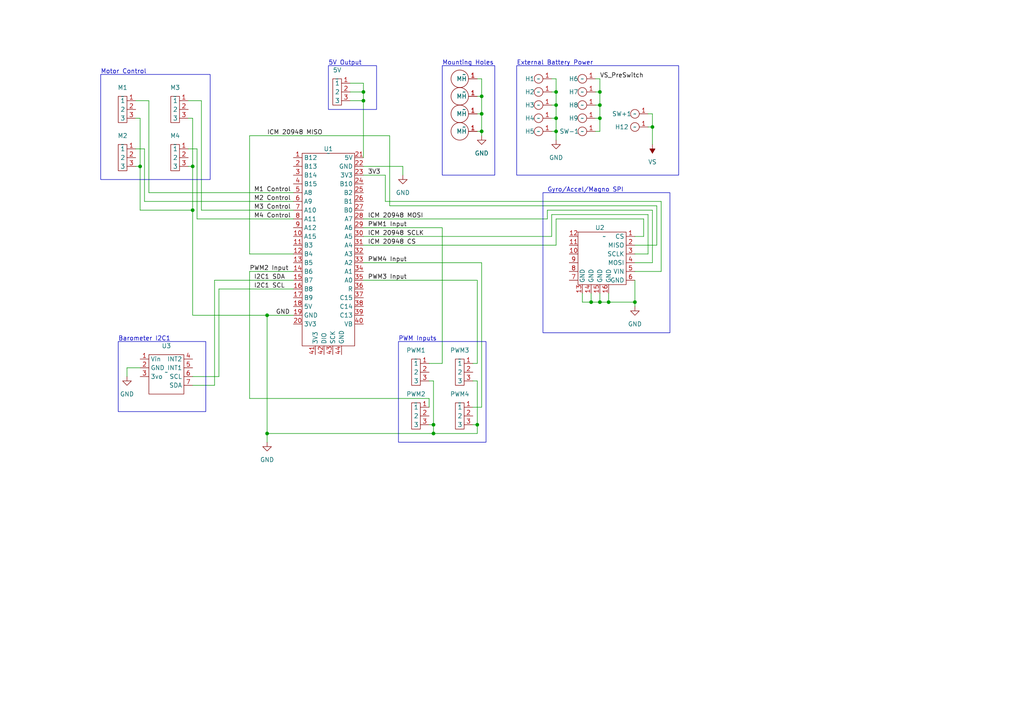
<source format=kicad_sch>
(kicad_sch (version 20230121) (generator eeschema)

  (uuid fac83053-607d-4b1d-9497-e815ff2e1097)

  (paper "A4")

  (lib_symbols
    (symbol "CustomFootprints:ESCMounting" (in_bom yes) (on_board yes)
      (property "Reference" "H" (at 0 2.54 0)
        (effects (font (size 1.27 1.27)))
      )
      (property "Value" "" (at 0 0 0)
        (effects (font (size 1.27 1.27)))
      )
      (property "Footprint" "CustomFootprints:ESCMounting" (at 0 5.08 0)
        (effects (font (size 1.27 1.27)) hide)
      )
      (property "Datasheet" "" (at 0 0 0)
        (effects (font (size 1.27 1.27)) hide)
      )
      (symbol "ESCMounting_0_1"
        (circle (center 0 0) (radius 1.27)
          (stroke (width 0) (type default))
          (fill (type none))
        )
      )
      (symbol "ESCMounting_1_1"
        (pin input line (at 3.81 0 180) (length 2.54)
          (name "" (effects (font (size 1.27 1.27))))
          (number "1" (effects (font (size 1.27 1.27))))
        )
      )
    )
    (symbol "CustomFootprints:Header3x1Spaced2.54mm" (in_bom yes) (on_board yes)
      (property "Reference" "U" (at 0 1.27 0)
        (effects (font (size 1.27 1.27)))
      )
      (property "Value" "" (at 0 0 0)
        (effects (font (size 1.27 1.27)))
      )
      (property "Footprint" "Header3x1Spaced2.54mm" (at 2.54 3.81 0)
        (effects (font (size 1.27 1.27)) hide)
      )
      (property "Datasheet" "" (at 0 0 0)
        (effects (font (size 1.27 1.27)) hide)
      )
      (symbol "Header3x1Spaced2.54mm_0_1"
        (rectangle (start -1.27 0) (end 1.27 -7.62)
          (stroke (width 0) (type default))
          (fill (type none))
        )
      )
      (symbol "Header3x1Spaced2.54mm_1_1"
        (pin input line (at 3.81 -1.27 180) (length 2.54)
          (name "1" (effects (font (size 1.27 1.27))))
          (number "1" (effects (font (size 1.27 1.27))))
        )
        (pin input line (at 3.81 -3.81 180) (length 2.54)
          (name "2" (effects (font (size 1.27 1.27))))
          (number "2" (effects (font (size 1.27 1.27))))
        )
        (pin input line (at 3.81 -6.35 180) (length 2.54)
          (name "3" (effects (font (size 1.27 1.27))))
          (number "3" (effects (font (size 1.27 1.27))))
        )
      )
    )
    (symbol "CustomFootprints:ICM-20948" (in_bom yes) (on_board yes)
      (property "Reference" "U" (at -1.27 2.54 0)
        (effects (font (size 1.27 1.27)))
      )
      (property "Value" "" (at 0 0 0)
        (effects (font (size 1.27 1.27)))
      )
      (property "Footprint" "CustomFootprints:ICM-20948 GyrAccMag" (at 1.27 7.62 0)
        (effects (font (size 1.27 1.27)) hide)
      )
      (property "Datasheet" "" (at 0 0 0)
        (effects (font (size 1.27 1.27)) hide)
      )
      (symbol "ICM-20948_0_1"
        (rectangle (start -7.62 1.27) (end 6.35 -13.97)
          (stroke (width 0) (type default))
          (fill (type none))
        )
      )
      (symbol "ICM-20948_1_1"
        (pin input line (at 8.89 0 180) (length 2.54)
          (name "CS" (effects (font (size 1.27 1.27))))
          (number "1" (effects (font (size 1.27 1.27))))
        )
        (pin input line (at -10.16 -5.08 0) (length 2.54)
          (name "" (effects (font (size 1.27 1.27))))
          (number "10" (effects (font (size 1.27 1.27))))
        )
        (pin input line (at -10.16 -2.54 0) (length 2.54)
          (name "" (effects (font (size 1.27 1.27))))
          (number "11" (effects (font (size 1.27 1.27))))
        )
        (pin input line (at -10.16 0 0) (length 2.54)
          (name "" (effects (font (size 1.27 1.27))))
          (number "12" (effects (font (size 1.27 1.27))))
        )
        (pin input line (at -6.35 -16.51 90) (length 2.54)
          (name "GND" (effects (font (size 1.27 1.27))))
          (number "13" (effects (font (size 1.27 1.27))))
        )
        (pin input line (at -3.81 -16.51 90) (length 2.54)
          (name "GND" (effects (font (size 1.27 1.27))))
          (number "14" (effects (font (size 1.27 1.27))))
        )
        (pin input line (at -1.27 -16.51 90) (length 2.54)
          (name "GND" (effects (font (size 1.27 1.27))))
          (number "15" (effects (font (size 1.27 1.27))))
        )
        (pin input line (at 1.27 -16.51 90) (length 2.54)
          (name "GND" (effects (font (size 1.27 1.27))))
          (number "16" (effects (font (size 1.27 1.27))))
        )
        (pin input line (at 8.89 -2.54 180) (length 2.54)
          (name "MISO" (effects (font (size 1.27 1.27))))
          (number "2" (effects (font (size 1.27 1.27))))
        )
        (pin input line (at 8.89 -5.08 180) (length 2.54)
          (name "SCLK" (effects (font (size 1.27 1.27))))
          (number "3" (effects (font (size 1.27 1.27))))
        )
        (pin input line (at 8.89 -7.62 180) (length 2.54)
          (name "MOSI" (effects (font (size 1.27 1.27))))
          (number "4" (effects (font (size 1.27 1.27))))
        )
        (pin input line (at 8.89 -10.16 180) (length 2.54)
          (name "VIN" (effects (font (size 1.27 1.27))))
          (number "5" (effects (font (size 1.27 1.27))))
        )
        (pin input line (at 8.89 -12.7 180) (length 2.54)
          (name "GND" (effects (font (size 1.27 1.27))))
          (number "6" (effects (font (size 1.27 1.27))))
        )
        (pin input line (at -10.16 -12.7 0) (length 2.54)
          (name "" (effects (font (size 1.27 1.27))))
          (number "7" (effects (font (size 1.27 1.27))))
        )
        (pin input line (at -10.16 -10.16 0) (length 2.54)
          (name "" (effects (font (size 1.27 1.27))))
          (number "8" (effects (font (size 1.27 1.27))))
        )
        (pin input line (at -10.16 -7.62 0) (length 2.54)
          (name "" (effects (font (size 1.27 1.27))))
          (number "9" (effects (font (size 1.27 1.27))))
        )
      )
    )
    (symbol "CustomFootprints:M3Mountinghole" (in_bom yes) (on_board yes)
      (property "Reference" "MH" (at 0 2.54 0)
        (effects (font (size 1.27 1.27)) hide)
      )
      (property "Value" "" (at 0 0 0)
        (effects (font (size 1.27 1.27)))
      )
      (property "Footprint" "CustomFootprints:M3MountingHole" (at 1.27 5.08 0)
        (effects (font (size 1.27 1.27)) hide)
      )
      (property "Datasheet" "" (at 0 0 0)
        (effects (font (size 1.27 1.27)) hide)
      )
      (symbol "M3Mountinghole_0_1"
        (circle (center -1.27 -1.27) (radius 2.54)
          (stroke (width 0) (type default))
          (fill (type none))
        )
      )
      (symbol "M3Mountinghole_1_1"
        (pin input line (at 3.81 -1.27 180) (length 2.54)
          (name "MH" (effects (font (size 1.27 1.27))))
          (number "1" (effects (font (size 1.27 1.27))))
        )
      )
    )
    (symbol "CustomFootprints:MPL3115A2_Barometer" (in_bom yes) (on_board yes)
      (property "Reference" "U" (at 0 6.35 0)
        (effects (font (size 1.27 1.27)))
      )
      (property "Value" "" (at 0 0 0)
        (effects (font (size 1.27 1.27)))
      )
      (property "Footprint" "CustomFootprints:MPL3115A2_Barometer" (at 0 8.89 0)
        (effects (font (size 1.27 1.27)) hide)
      )
      (property "Datasheet" "" (at 0 0 0)
        (effects (font (size 1.27 1.27)) hide)
      )
      (symbol "MPL3115A2_Barometer_0_1"
        (rectangle (start -5.08 5.08) (end 5.08 -6.35)
          (stroke (width 0) (type default))
          (fill (type none))
        )
      )
      (symbol "MPL3115A2_Barometer_1_1"
        (pin input line (at -7.62 3.81 0) (length 2.54)
          (name "Vin" (effects (font (size 1.27 1.27))))
          (number "1" (effects (font (size 1.27 1.27))))
        )
        (pin input line (at -7.62 1.27 0) (length 2.54)
          (name "GND" (effects (font (size 1.27 1.27))))
          (number "2" (effects (font (size 1.27 1.27))))
        )
        (pin input line (at -7.62 -1.27 0) (length 2.54)
          (name "3vo" (effects (font (size 1.27 1.27))))
          (number "3" (effects (font (size 1.27 1.27))))
        )
        (pin input line (at 7.62 3.81 180) (length 2.54)
          (name "INT2" (effects (font (size 1.27 1.27))))
          (number "4" (effects (font (size 1.27 1.27))))
        )
        (pin input line (at 7.62 1.27 180) (length 2.54)
          (name "INT1" (effects (font (size 1.27 1.27))))
          (number "5" (effects (font (size 1.27 1.27))))
        )
        (pin input line (at 7.62 -1.27 180) (length 2.54)
          (name "SCL" (effects (font (size 1.27 1.27))))
          (number "6" (effects (font (size 1.27 1.27))))
        )
        (pin input line (at 7.62 -3.81 180) (length 2.54)
          (name "SDA" (effects (font (size 1.27 1.27))))
          (number "7" (effects (font (size 1.27 1.27))))
        )
      )
    )
    (symbol "CustomFootprints:STM32BlackPill" (in_bom yes) (on_board yes)
      (property "Reference" "U" (at 0 1.27 0)
        (effects (font (size 1.27 1.27)))
      )
      (property "Value" "" (at 0 0 0)
        (effects (font (size 1.27 1.27)))
      )
      (property "Footprint" "STM32BlackPill40Pin" (at 0 2.54 0)
        (effects (font (size 1.27 1.27)) hide)
      )
      (property "Datasheet" "" (at 0 0 0)
        (effects (font (size 1.27 1.27)) hide)
      )
      (symbol "STM32BlackPill_0_1"
        (rectangle (start -7.62 0) (end 7.62 -55.88)
          (stroke (width 0) (type default))
          (fill (type none))
        )
      )
      (symbol "STM32BlackPill_1_1"
        (pin input line (at -10.16 -1.27 0) (length 2.54)
          (name "B12" (effects (font (size 1.27 1.27))))
          (number "1" (effects (font (size 1.27 1.27))))
        )
        (pin input line (at -10.16 -24.13 0) (length 2.54)
          (name "A15" (effects (font (size 1.27 1.27))))
          (number "10" (effects (font (size 1.27 1.27))))
        )
        (pin input line (at -10.16 -26.67 0) (length 2.54)
          (name "B3" (effects (font (size 1.27 1.27))))
          (number "11" (effects (font (size 1.27 1.27))))
        )
        (pin input line (at -10.16 -29.21 0) (length 2.54)
          (name "B4" (effects (font (size 1.27 1.27))))
          (number "12" (effects (font (size 1.27 1.27))))
        )
        (pin input line (at -10.16 -31.75 0) (length 2.54)
          (name "B5" (effects (font (size 1.27 1.27))))
          (number "13" (effects (font (size 1.27 1.27))))
        )
        (pin input line (at -10.16 -34.29 0) (length 2.54)
          (name "B6" (effects (font (size 1.27 1.27))))
          (number "14" (effects (font (size 1.27 1.27))))
        )
        (pin input line (at -10.16 -36.83 0) (length 2.54)
          (name "B7" (effects (font (size 1.27 1.27))))
          (number "15" (effects (font (size 1.27 1.27))))
        )
        (pin input line (at -10.16 -39.37 0) (length 2.54)
          (name "B8" (effects (font (size 1.27 1.27))))
          (number "16" (effects (font (size 1.27 1.27))))
        )
        (pin input line (at -10.16 -41.91 0) (length 2.54)
          (name "B9" (effects (font (size 1.27 1.27))))
          (number "17" (effects (font (size 1.27 1.27))))
        )
        (pin input line (at -10.16 -44.45 0) (length 2.54)
          (name "5V" (effects (font (size 1.27 1.27))))
          (number "18" (effects (font (size 1.27 1.27))))
        )
        (pin input line (at -10.16 -46.99 0) (length 2.54)
          (name "GND" (effects (font (size 1.27 1.27))))
          (number "19" (effects (font (size 1.27 1.27))))
        )
        (pin input line (at -10.16 -3.81 0) (length 2.54)
          (name "B13" (effects (font (size 1.27 1.27))))
          (number "2" (effects (font (size 1.27 1.27))))
        )
        (pin input line (at -10.16 -49.53 0) (length 2.54)
          (name "3V3" (effects (font (size 1.27 1.27))))
          (number "20" (effects (font (size 1.27 1.27))))
        )
        (pin input line (at 10.16 -1.27 180) (length 2.54)
          (name "5V" (effects (font (size 1.27 1.27))))
          (number "21" (effects (font (size 1.27 1.27))))
        )
        (pin input line (at 10.16 -3.81 180) (length 2.54)
          (name "GND" (effects (font (size 1.27 1.27))))
          (number "22" (effects (font (size 1.27 1.27))))
        )
        (pin input line (at 10.16 -6.35 180) (length 2.54)
          (name "3V3" (effects (font (size 1.27 1.27))))
          (number "23" (effects (font (size 1.27 1.27))))
        )
        (pin input line (at 10.16 -8.89 180) (length 2.54)
          (name "B10" (effects (font (size 1.27 1.27))))
          (number "24" (effects (font (size 1.27 1.27))))
        )
        (pin input line (at 10.16 -11.43 180) (length 2.54)
          (name "B2" (effects (font (size 1.27 1.27))))
          (number "25" (effects (font (size 1.27 1.27))))
        )
        (pin input line (at 10.16 -13.97 180) (length 2.54)
          (name "B1" (effects (font (size 1.27 1.27))))
          (number "26" (effects (font (size 1.27 1.27))))
        )
        (pin input line (at 10.16 -16.51 180) (length 2.54)
          (name "B0" (effects (font (size 1.27 1.27))))
          (number "27" (effects (font (size 1.27 1.27))))
        )
        (pin input line (at 10.16 -19.05 180) (length 2.54)
          (name "A7" (effects (font (size 1.27 1.27))))
          (number "28" (effects (font (size 1.27 1.27))))
        )
        (pin input line (at 10.16 -21.59 180) (length 2.54)
          (name "A6" (effects (font (size 1.27 1.27))))
          (number "29" (effects (font (size 1.27 1.27))))
        )
        (pin input line (at -10.16 -6.35 0) (length 2.54)
          (name "B14" (effects (font (size 1.27 1.27))))
          (number "3" (effects (font (size 1.27 1.27))))
        )
        (pin input line (at 10.16 -24.13 180) (length 2.54)
          (name "A5" (effects (font (size 1.27 1.27))))
          (number "30" (effects (font (size 1.27 1.27))))
        )
        (pin input line (at 10.16 -26.67 180) (length 2.54)
          (name "A4" (effects (font (size 1.27 1.27))))
          (number "31" (effects (font (size 1.27 1.27))))
        )
        (pin input line (at 10.16 -29.21 180) (length 2.54)
          (name "A3" (effects (font (size 1.27 1.27))))
          (number "32" (effects (font (size 1.27 1.27))))
        )
        (pin input line (at 10.16 -31.75 180) (length 2.54)
          (name "A2" (effects (font (size 1.27 1.27))))
          (number "33" (effects (font (size 1.27 1.27))))
        )
        (pin input line (at 10.16 -34.29 180) (length 2.54)
          (name "A1" (effects (font (size 1.27 1.27))))
          (number "34" (effects (font (size 1.27 1.27))))
        )
        (pin input line (at 10.16 -36.83 180) (length 2.54)
          (name "A0" (effects (font (size 1.27 1.27))))
          (number "35" (effects (font (size 1.27 1.27))))
        )
        (pin input line (at 10.16 -39.37 180) (length 2.54)
          (name "R" (effects (font (size 1.27 1.27))))
          (number "36" (effects (font (size 1.27 1.27))))
        )
        (pin input line (at 10.16 -41.91 180) (length 2.54)
          (name "C15" (effects (font (size 1.27 1.27))))
          (number "37" (effects (font (size 1.27 1.27))))
        )
        (pin input line (at 10.16 -44.45 180) (length 2.54)
          (name "C14" (effects (font (size 1.27 1.27))))
          (number "38" (effects (font (size 1.27 1.27))))
        )
        (pin input line (at 10.16 -46.99 180) (length 2.54)
          (name "C13" (effects (font (size 1.27 1.27))))
          (number "39" (effects (font (size 1.27 1.27))))
        )
        (pin input line (at -10.16 -8.89 0) (length 2.54)
          (name "B15" (effects (font (size 1.27 1.27))))
          (number "4" (effects (font (size 1.27 1.27))))
        )
        (pin input line (at 10.16 -49.53 180) (length 2.54)
          (name "VB" (effects (font (size 1.27 1.27))))
          (number "40" (effects (font (size 1.27 1.27))))
        )
        (pin input line (at -3.81 -58.42 90) (length 2.54)
          (name "3V3" (effects (font (size 1.27 1.27))))
          (number "41" (effects (font (size 1.27 1.27))))
        )
        (pin input line (at -1.27 -58.42 90) (length 2.54)
          (name "DIO" (effects (font (size 1.27 1.27))))
          (number "42" (effects (font (size 1.27 1.27))))
        )
        (pin input line (at 1.27 -58.42 90) (length 2.54)
          (name "SCK" (effects (font (size 1.27 1.27))))
          (number "43" (effects (font (size 1.27 1.27))))
        )
        (pin input line (at 3.81 -58.42 90) (length 2.54)
          (name "GND" (effects (font (size 1.27 1.27))))
          (number "44" (effects (font (size 1.27 1.27))))
        )
        (pin input line (at -10.16 -11.43 0) (length 2.54)
          (name "A8" (effects (font (size 1.27 1.27))))
          (number "5" (effects (font (size 1.27 1.27))))
        )
        (pin input line (at -10.16 -13.97 0) (length 2.54)
          (name "A9" (effects (font (size 1.27 1.27))))
          (number "6" (effects (font (size 1.27 1.27))))
        )
        (pin input line (at -10.16 -16.51 0) (length 2.54)
          (name "A10" (effects (font (size 1.27 1.27))))
          (number "7" (effects (font (size 1.27 1.27))))
        )
        (pin input line (at -10.16 -19.05 0) (length 2.54)
          (name "A11" (effects (font (size 1.27 1.27))))
          (number "8" (effects (font (size 1.27 1.27))))
        )
        (pin input line (at -10.16 -21.59 0) (length 2.54)
          (name "A12" (effects (font (size 1.27 1.27))))
          (number "9" (effects (font (size 1.27 1.27))))
        )
      )
    )
    (symbol "power:GND" (power) (pin_names (offset 0)) (in_bom yes) (on_board yes)
      (property "Reference" "#PWR" (at 0 -6.35 0)
        (effects (font (size 1.27 1.27)) hide)
      )
      (property "Value" "GND" (at 0 -3.81 0)
        (effects (font (size 1.27 1.27)))
      )
      (property "Footprint" "" (at 0 0 0)
        (effects (font (size 1.27 1.27)) hide)
      )
      (property "Datasheet" "" (at 0 0 0)
        (effects (font (size 1.27 1.27)) hide)
      )
      (property "ki_keywords" "global power" (at 0 0 0)
        (effects (font (size 1.27 1.27)) hide)
      )
      (property "ki_description" "Power symbol creates a global label with name \"GND\" , ground" (at 0 0 0)
        (effects (font (size 1.27 1.27)) hide)
      )
      (symbol "GND_0_1"
        (polyline
          (pts
            (xy 0 0)
            (xy 0 -1.27)
            (xy 1.27 -1.27)
            (xy 0 -2.54)
            (xy -1.27 -1.27)
            (xy 0 -1.27)
          )
          (stroke (width 0) (type default))
          (fill (type none))
        )
      )
      (symbol "GND_1_1"
        (pin power_in line (at 0 0 270) (length 0) hide
          (name "GND" (effects (font (size 1.27 1.27))))
          (number "1" (effects (font (size 1.27 1.27))))
        )
      )
    )
    (symbol "power:VS" (power) (pin_names (offset 0)) (in_bom yes) (on_board yes)
      (property "Reference" "#PWR" (at -5.08 -3.81 0)
        (effects (font (size 1.27 1.27)) hide)
      )
      (property "Value" "VS" (at 0 3.81 0)
        (effects (font (size 1.27 1.27)))
      )
      (property "Footprint" "" (at 0 0 0)
        (effects (font (size 1.27 1.27)) hide)
      )
      (property "Datasheet" "" (at 0 0 0)
        (effects (font (size 1.27 1.27)) hide)
      )
      (property "ki_keywords" "global power" (at 0 0 0)
        (effects (font (size 1.27 1.27)) hide)
      )
      (property "ki_description" "Power symbol creates a global label with name \"VS\"" (at 0 0 0)
        (effects (font (size 1.27 1.27)) hide)
      )
      (symbol "VS_0_1"
        (polyline
          (pts
            (xy 0 0)
            (xy 0 2.54)
          )
          (stroke (width 0) (type default))
          (fill (type none))
        )
        (polyline
          (pts
            (xy 0.762 1.27)
            (xy -0.762 1.27)
            (xy 0 2.54)
            (xy 0.762 1.27)
          )
          (stroke (width 0) (type default))
          (fill (type outline))
        )
      )
      (symbol "VS_1_1"
        (pin power_in line (at 0 0 90) (length 0) hide
          (name "VS" (effects (font (size 1.27 1.27))))
          (number "1" (effects (font (size 1.27 1.27))))
        )
      )
    )
  )

  (junction (at 173.99 30.48) (diameter 0) (color 0 0 0 0)
    (uuid 0edf04a3-40df-44ab-989e-77d16b4fa582)
  )
  (junction (at 125.73 123.19) (diameter 0) (color 0 0 0 0)
    (uuid 25b7ba26-864f-4596-97bc-56262302a2f3)
  )
  (junction (at 55.88 48.26) (diameter 0) (color 0 0 0 0)
    (uuid 26eceed0-fdbc-4470-b99d-281d2649f51a)
  )
  (junction (at 77.47 125.73) (diameter 0) (color 0 0 0 0)
    (uuid 275e15f8-800c-45e9-a967-8ffdadcae059)
  )
  (junction (at 161.29 30.48) (diameter 0) (color 0 0 0 0)
    (uuid 324ef3a7-e317-46a9-8013-9846f1e71ab5)
  )
  (junction (at 161.29 34.29) (diameter 0) (color 0 0 0 0)
    (uuid 4ad76ab5-af0a-497f-9c4e-1beae15cabf0)
  )
  (junction (at 139.7 33.02) (diameter 0) (color 0 0 0 0)
    (uuid 4b525760-31ec-45b9-b1c8-5138ce8cac6e)
  )
  (junction (at 125.73 125.73) (diameter 0) (color 0 0 0 0)
    (uuid 57e9d7a8-b014-4384-b6d3-e4d9f4195ba1)
  )
  (junction (at 176.53 87.63) (diameter 0) (color 0 0 0 0)
    (uuid 67ace402-edf7-4146-8215-1d6ac6c88c41)
  )
  (junction (at 139.7 27.94) (diameter 0) (color 0 0 0 0)
    (uuid 7a5040dc-75e8-46a0-a944-1ff255273cf1)
  )
  (junction (at 161.29 38.1) (diameter 0) (color 0 0 0 0)
    (uuid 7fde6aba-2fd1-4f36-a3ee-78c3d9810dc2)
  )
  (junction (at 184.15 87.63) (diameter 0) (color 0 0 0 0)
    (uuid 80489cea-fad4-4f9c-bef3-addb318c0ab6)
  )
  (junction (at 171.45 87.63) (diameter 0) (color 0 0 0 0)
    (uuid 821b2dfc-133b-4a87-836f-af964035a19d)
  )
  (junction (at 138.43 123.19) (diameter 0) (color 0 0 0 0)
    (uuid 8dec2cae-b54e-4926-9a54-58765d105065)
  )
  (junction (at 189.23 36.83) (diameter 0) (color 0 0 0 0)
    (uuid 9b295f5f-0cc9-45d8-8f10-a95427c4c930)
  )
  (junction (at 55.88 60.96) (diameter 0) (color 0 0 0 0)
    (uuid a1dbcd3f-ddd3-40c5-b583-81d7eb6cdbe8)
  )
  (junction (at 139.7 38.1) (diameter 0) (color 0 0 0 0)
    (uuid a855cfa9-0697-46bc-93dc-45ad4b2d9f82)
  )
  (junction (at 105.41 26.67) (diameter 0) (color 0 0 0 0)
    (uuid b080f735-f0b7-4da4-89e8-49228fd89bdb)
  )
  (junction (at 173.99 26.67) (diameter 0) (color 0 0 0 0)
    (uuid cc807f51-5ca5-4ac7-adf9-f950985ba642)
  )
  (junction (at 40.64 48.26) (diameter 0) (color 0 0 0 0)
    (uuid cd502304-54db-4cb5-b0d9-fd33d6be00cf)
  )
  (junction (at 173.99 34.29) (diameter 0) (color 0 0 0 0)
    (uuid d119912c-4faf-43ff-8653-90f84a396cc8)
  )
  (junction (at 77.47 91.44) (diameter 0) (color 0 0 0 0)
    (uuid d5cf7482-6768-4fb3-8c67-1cda6316b78f)
  )
  (junction (at 161.29 26.67) (diameter 0) (color 0 0 0 0)
    (uuid d67056b7-259f-49d0-8f0b-d61e2aed8238)
  )
  (junction (at 173.99 87.63) (diameter 0) (color 0 0 0 0)
    (uuid e67f5b12-fcfb-4a6c-b95f-90787e56a37e)
  )
  (junction (at 105.41 29.21) (diameter 0) (color 0 0 0 0)
    (uuid e78e58aa-456b-41e7-aa66-e8a281bcef9c)
  )

  (wire (pts (xy 105.41 76.2) (xy 139.7 76.2))
    (stroke (width 0) (type default))
    (uuid 0424fa91-9444-475a-a104-3ffa3b2092b2)
  )
  (wire (pts (xy 189.23 76.2) (xy 184.15 76.2))
    (stroke (width 0) (type default))
    (uuid 04fd5c03-0353-4588-85e9-289d31d6f274)
  )
  (wire (pts (xy 189.23 33.02) (xy 189.23 36.83))
    (stroke (width 0) (type default))
    (uuid 0541e6b3-b5e9-4f70-a851-1d253e5203d4)
  )
  (wire (pts (xy 139.7 27.94) (xy 139.7 33.02))
    (stroke (width 0) (type default))
    (uuid 05da1f20-be60-40a0-adcc-ca53b9a58347)
  )
  (wire (pts (xy 139.7 22.86) (xy 139.7 27.94))
    (stroke (width 0) (type default))
    (uuid 0838bc2c-3c69-4d40-8d11-cda2e9626e90)
  )
  (wire (pts (xy 58.42 60.96) (xy 85.09 60.96))
    (stroke (width 0) (type default))
    (uuid 0897a7e6-2150-45b0-9194-1e76b215299e)
  )
  (wire (pts (xy 176.53 87.63) (xy 184.15 87.63))
    (stroke (width 0) (type default))
    (uuid 097f37e6-3e66-4bb0-bd63-022cd292569f)
  )
  (wire (pts (xy 176.53 85.09) (xy 176.53 87.63))
    (stroke (width 0) (type default))
    (uuid 0ad3ba82-661a-4854-b80a-664bcd7d1afb)
  )
  (wire (pts (xy 160.02 30.48) (xy 161.29 30.48))
    (stroke (width 0) (type default))
    (uuid 0dc70460-a347-4d30-847a-d07b0ec3797c)
  )
  (wire (pts (xy 138.43 27.94) (xy 139.7 27.94))
    (stroke (width 0) (type default))
    (uuid 122928ce-2f0a-4be7-abe8-d6fc8be53c67)
  )
  (wire (pts (xy 63.5 83.82) (xy 63.5 109.22))
    (stroke (width 0) (type default))
    (uuid 148946a7-5db4-43fa-8a24-3b6ed31c1078)
  )
  (wire (pts (xy 161.29 38.1) (xy 161.29 40.64))
    (stroke (width 0) (type default))
    (uuid 195de8f3-49b2-4082-a307-fdc62c3a3f59)
  )
  (wire (pts (xy 105.41 26.67) (xy 105.41 24.13))
    (stroke (width 0) (type default))
    (uuid 1a576d89-62f3-44db-a5b7-50d00298e327)
  )
  (wire (pts (xy 72.39 78.74) (xy 85.09 78.74))
    (stroke (width 0) (type default))
    (uuid 1c479bf3-7886-4d1e-8c24-ea886b79ad0b)
  )
  (wire (pts (xy 161.29 63.5) (xy 186.69 63.5))
    (stroke (width 0) (type default))
    (uuid 1fafe8d1-bfb3-4df9-8ae9-51516c814e4c)
  )
  (wire (pts (xy 105.41 63.5) (xy 158.75 63.5))
    (stroke (width 0) (type default))
    (uuid 20a17cb8-0e08-46be-bff6-786177673f0d)
  )
  (wire (pts (xy 186.69 63.5) (xy 186.69 68.58))
    (stroke (width 0) (type default))
    (uuid 215a7fb4-cef3-4798-b6f3-c8e1d2d4c297)
  )
  (wire (pts (xy 105.41 45.72) (xy 105.41 29.21))
    (stroke (width 0) (type default))
    (uuid 2313ba04-7dcf-4975-9fa6-bfb764fdf682)
  )
  (wire (pts (xy 138.43 81.28) (xy 138.43 105.41))
    (stroke (width 0) (type default))
    (uuid 237a9701-74d8-40ff-ae6a-fffc8ce741be)
  )
  (wire (pts (xy 62.23 111.76) (xy 55.88 111.76))
    (stroke (width 0) (type default))
    (uuid 24de25cc-1ec6-4e4f-9a96-9262f584cc7d)
  )
  (wire (pts (xy 43.18 29.21) (xy 39.37 29.21))
    (stroke (width 0) (type default))
    (uuid 27b368ae-6c17-445c-a53a-5a64e42425aa)
  )
  (wire (pts (xy 105.41 81.28) (xy 138.43 81.28))
    (stroke (width 0) (type default))
    (uuid 27c618d8-34a7-4740-a66c-ff633f2d35cc)
  )
  (wire (pts (xy 125.73 123.19) (xy 125.73 125.73))
    (stroke (width 0) (type default))
    (uuid 2c0fa14f-bf8b-4ac6-883b-1c78f918f0f3)
  )
  (wire (pts (xy 161.29 22.86) (xy 160.02 22.86))
    (stroke (width 0) (type default))
    (uuid 2c662d2d-caf5-41e4-9da1-2e33a3d8d20d)
  )
  (wire (pts (xy 72.39 73.66) (xy 72.39 39.37))
    (stroke (width 0) (type default))
    (uuid 2df788e7-0c36-4807-bbe2-9004151a492d)
  )
  (wire (pts (xy 186.69 68.58) (xy 184.15 68.58))
    (stroke (width 0) (type default))
    (uuid 307a48e5-5b18-4f2e-a4ee-c28d8ea2ac46)
  )
  (wire (pts (xy 139.7 38.1) (xy 139.7 39.37))
    (stroke (width 0) (type default))
    (uuid 32a2f06d-7140-42db-bdfe-ed8b9db54173)
  )
  (wire (pts (xy 77.47 91.44) (xy 77.47 125.73))
    (stroke (width 0) (type default))
    (uuid 399e600f-d7c7-4e62-8804-16974a8ecf9a)
  )
  (wire (pts (xy 171.45 87.63) (xy 173.99 87.63))
    (stroke (width 0) (type default))
    (uuid 3caed408-7da4-4c20-a77d-40fbcb969c84)
  )
  (wire (pts (xy 161.29 26.67) (xy 161.29 30.48))
    (stroke (width 0) (type default))
    (uuid 3e19dfb5-765a-4ebd-b438-38a595223fd8)
  )
  (wire (pts (xy 55.88 60.96) (xy 40.64 60.96))
    (stroke (width 0) (type default))
    (uuid 43160642-35b7-47c7-ba48-b7016f3c69eb)
  )
  (wire (pts (xy 128.27 66.04) (xy 128.27 105.41))
    (stroke (width 0) (type default))
    (uuid 445e14e3-540b-4919-93a1-d75e934fbfa0)
  )
  (wire (pts (xy 189.23 36.83) (xy 189.23 41.91))
    (stroke (width 0) (type default))
    (uuid 446d9015-9de2-4d4a-a8c0-0c8386b62215)
  )
  (wire (pts (xy 191.77 78.74) (xy 184.15 78.74))
    (stroke (width 0) (type default))
    (uuid 481c759f-7621-4adf-9638-574aea77d98f)
  )
  (wire (pts (xy 72.39 78.74) (xy 72.39 115.57))
    (stroke (width 0) (type default))
    (uuid 4b014a03-91b9-4b95-9136-cf59dc65b527)
  )
  (wire (pts (xy 173.99 30.48) (xy 173.99 34.29))
    (stroke (width 0) (type default))
    (uuid 4e548015-e4a6-4d88-8719-e8b62ff26559)
  )
  (wire (pts (xy 168.91 87.63) (xy 171.45 87.63))
    (stroke (width 0) (type default))
    (uuid 525283cb-fe64-4705-aa72-bad7cc769239)
  )
  (wire (pts (xy 105.41 68.58) (xy 160.02 68.58))
    (stroke (width 0) (type default))
    (uuid 53c259e3-00d5-49ac-b393-6086a8f1fdfc)
  )
  (wire (pts (xy 57.15 43.18) (xy 54.61 43.18))
    (stroke (width 0) (type default))
    (uuid 58e8e3c0-64c4-4e99-ba51-5a942792659a)
  )
  (wire (pts (xy 105.41 24.13) (xy 101.6 24.13))
    (stroke (width 0) (type default))
    (uuid 59196525-b609-4edd-b161-25bda3dca698)
  )
  (wire (pts (xy 139.7 33.02) (xy 139.7 38.1))
    (stroke (width 0) (type default))
    (uuid 61540f40-0d48-4dcd-9d3e-f72159e3f011)
  )
  (wire (pts (xy 55.88 60.96) (xy 55.88 91.44))
    (stroke (width 0) (type default))
    (uuid 617bd127-93e1-41fe-bad5-a76744f98813)
  )
  (wire (pts (xy 137.16 123.19) (xy 138.43 123.19))
    (stroke (width 0) (type default))
    (uuid 61d82b32-f56c-43ae-a177-7f76c18d17ae)
  )
  (wire (pts (xy 138.43 105.41) (xy 137.16 105.41))
    (stroke (width 0) (type default))
    (uuid 6562d29a-8785-4cfa-99c7-938c7fb18ea9)
  )
  (wire (pts (xy 41.91 58.42) (xy 41.91 43.18))
    (stroke (width 0) (type default))
    (uuid 6651647d-5469-4e17-873f-5816954a73a0)
  )
  (wire (pts (xy 111.76 50.8) (xy 111.76 58.42))
    (stroke (width 0) (type default))
    (uuid 67d3f527-b337-428b-aa63-8bcbe43444fb)
  )
  (wire (pts (xy 168.91 85.09) (xy 168.91 87.63))
    (stroke (width 0) (type default))
    (uuid 67d77720-2480-4aaf-b5e1-83cd00197fcb)
  )
  (wire (pts (xy 105.41 66.04) (xy 128.27 66.04))
    (stroke (width 0) (type default))
    (uuid 6942e3e3-63d6-4434-bde2-0faeb7ce64b1)
  )
  (wire (pts (xy 43.18 55.88) (xy 43.18 29.21))
    (stroke (width 0) (type default))
    (uuid 69c596f8-29c2-429a-b084-b114a50a8992)
  )
  (wire (pts (xy 138.43 123.19) (xy 138.43 110.49))
    (stroke (width 0) (type default))
    (uuid 6b5433a2-05c6-4132-a640-3bf4f87b8b36)
  )
  (wire (pts (xy 128.27 105.41) (xy 124.46 105.41))
    (stroke (width 0) (type default))
    (uuid 70bb826b-e45f-40f1-a998-8384f5bf31d5)
  )
  (wire (pts (xy 173.99 22.86) (xy 172.72 22.86))
    (stroke (width 0) (type default))
    (uuid 71da0557-d3ac-46f6-94b1-5562f828d7aa)
  )
  (wire (pts (xy 63.5 109.22) (xy 55.88 109.22))
    (stroke (width 0) (type default))
    (uuid 7270f416-2241-4706-96da-594386329d5c)
  )
  (wire (pts (xy 124.46 115.57) (xy 124.46 118.11))
    (stroke (width 0) (type default))
    (uuid 743e1478-657c-4af0-af80-f7ff8157461e)
  )
  (wire (pts (xy 77.47 125.73) (xy 77.47 128.27))
    (stroke (width 0) (type default))
    (uuid 750db3ce-ab55-49ed-a9a5-a0a4a642a4d6)
  )
  (wire (pts (xy 189.23 60.96) (xy 189.23 76.2))
    (stroke (width 0) (type default))
    (uuid 75d51369-20be-4252-b0d3-7126ac962f08)
  )
  (wire (pts (xy 58.42 29.21) (xy 54.61 29.21))
    (stroke (width 0) (type default))
    (uuid 78038e3a-faa4-491e-a0e5-b33dc0e8bd5f)
  )
  (wire (pts (xy 184.15 81.28) (xy 184.15 87.63))
    (stroke (width 0) (type default))
    (uuid 7962d1d0-7517-466f-b75a-7d833fca4e1b)
  )
  (wire (pts (xy 72.39 39.37) (xy 113.03 39.37))
    (stroke (width 0) (type default))
    (uuid 797d3ce6-2950-411d-b7e5-66a3c137a706)
  )
  (wire (pts (xy 105.41 50.8) (xy 111.76 50.8))
    (stroke (width 0) (type default))
    (uuid 7a1fa2f1-d426-4e0a-8001-3de1bb2ba590)
  )
  (wire (pts (xy 172.72 34.29) (xy 173.99 34.29))
    (stroke (width 0) (type default))
    (uuid 7bdfe740-0da6-4488-9224-ce2a5ab12dd0)
  )
  (wire (pts (xy 125.73 110.49) (xy 125.73 123.19))
    (stroke (width 0) (type default))
    (uuid 7cec59c1-932d-419b-8cf2-003a59acfce6)
  )
  (wire (pts (xy 171.45 85.09) (xy 171.45 87.63))
    (stroke (width 0) (type default))
    (uuid 7ded1c81-e87b-4b3a-b3c7-0d662900f74a)
  )
  (wire (pts (xy 85.09 83.82) (xy 63.5 83.82))
    (stroke (width 0) (type default))
    (uuid 83e04223-6b97-4032-955b-c9d7b509c030)
  )
  (wire (pts (xy 191.77 58.42) (xy 191.77 78.74))
    (stroke (width 0) (type default))
    (uuid 86f2999f-411e-41fd-8539-bfb05565f979)
  )
  (wire (pts (xy 77.47 125.73) (xy 125.73 125.73))
    (stroke (width 0) (type default))
    (uuid 87b78dae-90a9-4b32-b569-662b2fb1fbef)
  )
  (wire (pts (xy 105.41 48.26) (xy 116.84 48.26))
    (stroke (width 0) (type default))
    (uuid 890d4b25-5d7b-474c-b18c-43c78a66b3c9)
  )
  (wire (pts (xy 41.91 58.42) (xy 85.09 58.42))
    (stroke (width 0) (type default))
    (uuid 8ae70fea-6f71-4dd5-9249-23c41476bb86)
  )
  (wire (pts (xy 187.96 62.23) (xy 187.96 73.66))
    (stroke (width 0) (type default))
    (uuid 8c61da1a-ea90-4719-82a7-4ff89dc143f8)
  )
  (wire (pts (xy 173.99 30.48) (xy 173.99 26.67))
    (stroke (width 0) (type default))
    (uuid 8ca9c9bc-15cf-4ee3-ad3e-99313336daa7)
  )
  (wire (pts (xy 187.96 73.66) (xy 184.15 73.66))
    (stroke (width 0) (type default))
    (uuid 8cf51b47-e83f-40eb-bb36-70b20621ecbc)
  )
  (wire (pts (xy 158.75 63.5) (xy 158.75 60.96))
    (stroke (width 0) (type default))
    (uuid 9094cae7-e676-45c9-9249-012a8c0391bb)
  )
  (wire (pts (xy 161.29 71.12) (xy 161.29 63.5))
    (stroke (width 0) (type default))
    (uuid 924a4011-e018-4d6c-9a1a-2cfaffe445de)
  )
  (wire (pts (xy 40.64 48.26) (xy 40.64 60.96))
    (stroke (width 0) (type default))
    (uuid 935cd248-ffab-4873-a9af-42e59c093cfe)
  )
  (wire (pts (xy 55.88 91.44) (xy 77.47 91.44))
    (stroke (width 0) (type default))
    (uuid 945a4681-f936-4c7e-8cd6-eab4a6afa589)
  )
  (wire (pts (xy 187.96 33.02) (xy 189.23 33.02))
    (stroke (width 0) (type default))
    (uuid 9691d5f1-7c60-42bf-a75e-302f108fb9d0)
  )
  (wire (pts (xy 40.64 34.29) (xy 40.64 48.26))
    (stroke (width 0) (type default))
    (uuid 9874c0ef-5749-4b91-ba1a-119551cfb0d0)
  )
  (wire (pts (xy 172.72 30.48) (xy 173.99 30.48))
    (stroke (width 0) (type default))
    (uuid 99a2168e-0434-4a7f-966b-47bb997b9724)
  )
  (wire (pts (xy 160.02 68.58) (xy 160.02 62.23))
    (stroke (width 0) (type default))
    (uuid a23f02f2-3227-4a7c-95a8-7af9b3c30ac8)
  )
  (wire (pts (xy 184.15 87.63) (xy 184.15 88.9))
    (stroke (width 0) (type default))
    (uuid a267883f-8cab-4fb3-ad38-c6f8cd344aa3)
  )
  (wire (pts (xy 160.02 38.1) (xy 161.29 38.1))
    (stroke (width 0) (type default))
    (uuid a314d380-bc82-4af9-ac81-5314f8e0d12c)
  )
  (wire (pts (xy 62.23 81.28) (xy 62.23 111.76))
    (stroke (width 0) (type default))
    (uuid a4efdda8-d0a2-4bea-a61f-4aaee226d6e2)
  )
  (wire (pts (xy 173.99 26.67) (xy 173.99 22.86))
    (stroke (width 0) (type default))
    (uuid a87dbb81-9baf-436c-baba-1c2e539b0e86)
  )
  (wire (pts (xy 116.84 50.8) (xy 116.84 48.26))
    (stroke (width 0) (type default))
    (uuid a8853ad7-9ead-491c-97d8-ef0546d5150b)
  )
  (wire (pts (xy 54.61 34.29) (xy 55.88 34.29))
    (stroke (width 0) (type default))
    (uuid ac338f96-e594-443f-91c8-5cdaf8245a2f)
  )
  (wire (pts (xy 161.29 22.86) (xy 161.29 26.67))
    (stroke (width 0) (type default))
    (uuid ad9c0458-fd13-4ea3-8e61-8e052f998ebf)
  )
  (wire (pts (xy 190.5 59.69) (xy 190.5 71.12))
    (stroke (width 0) (type default))
    (uuid ae3ba6d3-4af9-4777-9c69-18915c9c4a9d)
  )
  (wire (pts (xy 39.37 34.29) (xy 40.64 34.29))
    (stroke (width 0) (type default))
    (uuid b172888d-f327-4a55-ad6b-6746706f537d)
  )
  (wire (pts (xy 172.72 26.67) (xy 173.99 26.67))
    (stroke (width 0) (type default))
    (uuid b51f3595-7a96-4a1d-bc04-be1db3e66c78)
  )
  (wire (pts (xy 105.41 71.12) (xy 161.29 71.12))
    (stroke (width 0) (type default))
    (uuid b6c51d45-aaa9-4336-a14b-d20cf54b80ad)
  )
  (wire (pts (xy 40.64 106.68) (xy 36.83 106.68))
    (stroke (width 0) (type default))
    (uuid b75d15e3-db46-44e0-a6b4-6744608f2165)
  )
  (wire (pts (xy 139.7 118.11) (xy 137.16 118.11))
    (stroke (width 0) (type default))
    (uuid b93481fa-2278-4d34-87bc-b26137adb03f)
  )
  (wire (pts (xy 160.02 26.67) (xy 161.29 26.67))
    (stroke (width 0) (type default))
    (uuid b9da969c-6e7a-4965-9621-0ba5cbb86a7b)
  )
  (wire (pts (xy 138.43 33.02) (xy 139.7 33.02))
    (stroke (width 0) (type default))
    (uuid b9f8bf46-a942-4311-b74c-ffeaad8ef2b3)
  )
  (wire (pts (xy 85.09 73.66) (xy 72.39 73.66))
    (stroke (width 0) (type default))
    (uuid ba219b6b-3923-4435-858c-23ed375e49d6)
  )
  (wire (pts (xy 125.73 125.73) (xy 138.43 125.73))
    (stroke (width 0) (type default))
    (uuid bda295df-7cfb-4d1c-8109-0015b94eee9b)
  )
  (wire (pts (xy 173.99 38.1) (xy 173.99 34.29))
    (stroke (width 0) (type default))
    (uuid c71954dc-e513-4caf-91ea-866ff9e7defa)
  )
  (wire (pts (xy 161.29 30.48) (xy 161.29 34.29))
    (stroke (width 0) (type default))
    (uuid c7973193-5ada-4282-8923-05f9bf7ff558)
  )
  (wire (pts (xy 139.7 22.86) (xy 138.43 22.86))
    (stroke (width 0) (type default))
    (uuid c870ac46-119b-47c6-8631-9c3d01da170b)
  )
  (wire (pts (xy 85.09 81.28) (xy 62.23 81.28))
    (stroke (width 0) (type default))
    (uuid c8a76540-bb12-49be-96e7-ec7a04c4038a)
  )
  (wire (pts (xy 160.02 34.29) (xy 161.29 34.29))
    (stroke (width 0) (type default))
    (uuid cca76e0e-7d43-4b0a-90ad-db18ed28ef46)
  )
  (wire (pts (xy 105.41 29.21) (xy 105.41 26.67))
    (stroke (width 0) (type default))
    (uuid cce0bfa7-d3a2-4b6d-b3a6-e049e17ab1a5)
  )
  (wire (pts (xy 54.61 48.26) (xy 55.88 48.26))
    (stroke (width 0) (type default))
    (uuid cf7c5367-d69c-4477-87b8-d44e601df145)
  )
  (wire (pts (xy 138.43 110.49) (xy 137.16 110.49))
    (stroke (width 0) (type default))
    (uuid cfb81e78-4de1-4407-8e45-734e66e68f2b)
  )
  (wire (pts (xy 58.42 60.96) (xy 58.42 29.21))
    (stroke (width 0) (type default))
    (uuid d0b5a55a-81c9-4555-b6cc-6396806ec948)
  )
  (wire (pts (xy 101.6 29.21) (xy 105.41 29.21))
    (stroke (width 0) (type default))
    (uuid d18d8fae-4394-402e-aecb-d2591e579fc4)
  )
  (wire (pts (xy 43.18 55.88) (xy 85.09 55.88))
    (stroke (width 0) (type default))
    (uuid d42eee9d-7e89-4ef7-8251-800d3d0b65f5)
  )
  (wire (pts (xy 124.46 110.49) (xy 125.73 110.49))
    (stroke (width 0) (type default))
    (uuid d6f09726-a0f0-4079-8214-c8e28d3bc307)
  )
  (wire (pts (xy 57.15 63.5) (xy 85.09 63.5))
    (stroke (width 0) (type default))
    (uuid d90e7a2e-3214-4b99-bd47-42da47686c38)
  )
  (wire (pts (xy 55.88 34.29) (xy 55.88 48.26))
    (stroke (width 0) (type default))
    (uuid da273e93-3bcb-4e22-bd39-11d582fa652e)
  )
  (wire (pts (xy 190.5 71.12) (xy 184.15 71.12))
    (stroke (width 0) (type default))
    (uuid db0375c4-2450-425b-98d9-2d487fa1d54d)
  )
  (wire (pts (xy 101.6 26.67) (xy 105.41 26.67))
    (stroke (width 0) (type default))
    (uuid db3b800e-046d-4518-b1df-dcd53288e832)
  )
  (wire (pts (xy 41.91 43.18) (xy 39.37 43.18))
    (stroke (width 0) (type default))
    (uuid e03335c3-fd52-448f-aa64-a6af272d9e56)
  )
  (wire (pts (xy 113.03 59.69) (xy 190.5 59.69))
    (stroke (width 0) (type default))
    (uuid e2097f96-2e5d-493a-b309-f436e82ccced)
  )
  (wire (pts (xy 55.88 48.26) (xy 55.88 60.96))
    (stroke (width 0) (type default))
    (uuid e20db3f3-37a4-4bcf-a43b-b9e96a394079)
  )
  (wire (pts (xy 111.76 58.42) (xy 191.77 58.42))
    (stroke (width 0) (type default))
    (uuid e26ff433-0814-4d1c-a294-62030fb0407c)
  )
  (wire (pts (xy 72.39 115.57) (xy 124.46 115.57))
    (stroke (width 0) (type default))
    (uuid e48f304b-14f9-481c-a2fe-d39f50b8f8f4)
  )
  (wire (pts (xy 39.37 48.26) (xy 40.64 48.26))
    (stroke (width 0) (type default))
    (uuid e56430e2-2bb5-4c0d-992b-8ae13e51008b)
  )
  (wire (pts (xy 124.46 123.19) (xy 125.73 123.19))
    (stroke (width 0) (type default))
    (uuid eab01018-321a-41d3-b983-bb4024227663)
  )
  (wire (pts (xy 57.15 63.5) (xy 57.15 43.18))
    (stroke (width 0) (type default))
    (uuid ebb9ad07-905d-46e3-8ef8-778b3c0c1062)
  )
  (wire (pts (xy 138.43 125.73) (xy 138.43 123.19))
    (stroke (width 0) (type default))
    (uuid ec8b1fda-2d22-44fc-9962-aabaaf80f487)
  )
  (wire (pts (xy 158.75 60.96) (xy 189.23 60.96))
    (stroke (width 0) (type default))
    (uuid ec8e5648-d295-4c4b-a3dd-282fc6bdfade)
  )
  (wire (pts (xy 36.83 106.68) (xy 36.83 109.22))
    (stroke (width 0) (type default))
    (uuid eccd045a-2aed-412b-a2da-b1110f488ce0)
  )
  (wire (pts (xy 113.03 39.37) (xy 113.03 59.69))
    (stroke (width 0) (type default))
    (uuid f4f516fa-dfd9-47b3-a17b-bf057fa20e56)
  )
  (wire (pts (xy 172.72 38.1) (xy 173.99 38.1))
    (stroke (width 0) (type default))
    (uuid f6b46682-3d19-4c00-8851-f982102b474c)
  )
  (wire (pts (xy 173.99 85.09) (xy 173.99 87.63))
    (stroke (width 0) (type default))
    (uuid f7c1c2ae-3ebf-4259-91b7-56569ff5691c)
  )
  (wire (pts (xy 138.43 38.1) (xy 139.7 38.1))
    (stroke (width 0) (type default))
    (uuid f84d0848-a86b-49d7-b193-8beb07a6e22d)
  )
  (wire (pts (xy 187.96 36.83) (xy 189.23 36.83))
    (stroke (width 0) (type default))
    (uuid fa9ea720-d9eb-45a1-ac28-ec20c47c2b6b)
  )
  (wire (pts (xy 160.02 62.23) (xy 187.96 62.23))
    (stroke (width 0) (type default))
    (uuid fb1364d0-bc64-4f40-b0bf-866b76c06ab5)
  )
  (wire (pts (xy 139.7 76.2) (xy 139.7 118.11))
    (stroke (width 0) (type default))
    (uuid fb456c2a-94d9-4f42-afd8-06c4618d8457)
  )
  (wire (pts (xy 173.99 87.63) (xy 176.53 87.63))
    (stroke (width 0) (type default))
    (uuid fb82378b-9880-46ff-990e-4e4649fc4fcd)
  )
  (wire (pts (xy 161.29 34.29) (xy 161.29 38.1))
    (stroke (width 0) (type default))
    (uuid fe9fc53b-e82e-4828-be1c-84e95b20f736)
  )
  (wire (pts (xy 77.47 91.44) (xy 85.09 91.44))
    (stroke (width 0) (type default))
    (uuid ff0f1fa3-8c33-4141-88d9-43f25d27ec71)
  )

  (rectangle (start 115.57 99.06) (end 140.97 128.27)
    (stroke (width 0) (type default))
    (fill (type none))
    (uuid 09bba64f-1894-4c48-9e51-571edcb37b6d)
  )
  (rectangle (start 29.21 21.59) (end 60.96 52.07)
    (stroke (width 0) (type default))
    (fill (type none))
    (uuid 3458f0fd-68fb-4dbe-a022-b840aa04845d)
  )
  (rectangle (start 34.29 99.06) (end 59.69 119.38)
    (stroke (width 0) (type default))
    (fill (type none))
    (uuid 34ba25c2-ae4e-4fda-ab8c-fef31daf8fd1)
  )
  (rectangle (start 95.25 19.05) (end 109.22 31.75)
    (stroke (width 0) (type default))
    (fill (type none))
    (uuid 3ea48367-5801-4e80-b2e4-a6a86aa541c5)
  )
  (rectangle (start 149.86 19.05) (end 196.85 50.8)
    (stroke (width 0) (type default))
    (fill (type none))
    (uuid 41520fed-f2b4-4e6c-9a9b-82b0d12cd556)
  )
  (rectangle (start 157.48 55.88) (end 194.31 96.52)
    (stroke (width 0) (type default))
    (fill (type none))
    (uuid cb265504-f530-42de-a237-ef237c57a902)
  )
  (rectangle (start 128.27 19.05) (end 143.51 50.8)
    (stroke (width 0) (type default))
    (fill (type none))
    (uuid ceee659a-8927-4339-9a3c-ec1201e7a06f)
  )

  (text "Barometer I2C1" (at 34.29 99.06 0)
    (effects (font (size 1.27 1.27)) (justify left bottom))
    (uuid 2e2b07dd-637a-4367-b80d-fc05115b22fe)
  )
  (text "Mounting Holes" (at 128.27 19.05 0)
    (effects (font (size 1.27 1.27)) (justify left bottom))
    (uuid 4db90eee-701a-455c-9d07-767fd54f7aa2)
  )
  (text "Motor Control" (at 29.21 21.59 0)
    (effects (font (size 1.27 1.27)) (justify left bottom))
    (uuid 885562a8-4a43-4d7e-a4f2-6a6ddd88e481)
  )
  (text "Gyro/Accel/Magno SPI" (at 158.75 55.88 0)
    (effects (font (size 1.27 1.27)) (justify left bottom))
    (uuid c901cbce-b24a-4129-bb35-bbc6094f3fb3)
  )
  (text "5V Output" (at 95.25 19.05 0)
    (effects (font (size 1.27 1.27)) (justify left bottom))
    (uuid d7a97f57-b04e-48b2-9665-a4359546aebd)
  )
  (text "External Battery Power" (at 149.86 19.05 0)
    (effects (font (size 1.27 1.27)) (justify left bottom))
    (uuid df2d11c3-a51b-46c5-abd3-be08d67304e2)
  )
  (text "PWM Inputs" (at 115.57 99.06 0)
    (effects (font (size 1.27 1.27)) (justify left bottom))
    (uuid ee396304-cf23-4ef4-a9cc-a98135124dad)
  )

  (label "M2 Control" (at 73.66 58.42 0) (fields_autoplaced)
    (effects (font (size 1.27 1.27)) (justify left bottom))
    (uuid 08f2d82c-39b0-42ab-9f2c-f07a88ba4e52)
  )
  (label "M1 Control" (at 73.66 55.88 0) (fields_autoplaced)
    (effects (font (size 1.27 1.27)) (justify left bottom))
    (uuid 1b2029eb-b21a-400b-9beb-8d595fcd9d81)
  )
  (label "VS_PreSwitch" (at 173.99 22.86 0) (fields_autoplaced)
    (effects (font (size 1.27 1.27)) (justify left bottom))
    (uuid 244695df-d401-4092-85d9-2aa346e76e7f)
  )
  (label "ICM 20948 CS" (at 106.68 71.12 0) (fields_autoplaced)
    (effects (font (size 1.27 1.27)) (justify left bottom))
    (uuid 26741fc7-71b1-4c62-af61-8a57678d94a8)
  )
  (label "PWM4 Input" (at 106.68 76.2 0) (fields_autoplaced)
    (effects (font (size 1.27 1.27)) (justify left bottom))
    (uuid 2a8de45d-e469-431f-a114-bdb80b9e83b3)
  )
  (label "I2C1 SDA" (at 73.66 81.28 0) (fields_autoplaced)
    (effects (font (size 1.27 1.27)) (justify left bottom))
    (uuid 3bcd5d22-e8c9-4122-aa39-6ed640cab103)
  )
  (label "3V3" (at 106.68 50.8 0) (fields_autoplaced)
    (effects (font (size 1.27 1.27)) (justify left bottom))
    (uuid 4ac7e390-d7c8-4c4a-a2b4-95681da1dd01)
  )
  (label "PWM1 Input" (at 106.68 66.04 0) (fields_autoplaced)
    (effects (font (size 1.27 1.27)) (justify left bottom))
    (uuid 6bbfab1b-57c8-422e-af53-b0ab2c25b4e5)
  )
  (label "ICM 20948 SCLK" (at 106.68 68.58 0) (fields_autoplaced)
    (effects (font (size 1.27 1.27)) (justify left bottom))
    (uuid 70de34e9-75fb-4273-80d7-2eadee2695c7)
  )
  (label "I2C1 SCL" (at 73.66 83.82 0) (fields_autoplaced)
    (effects (font (size 1.27 1.27)) (justify left bottom))
    (uuid 80688c96-187d-419f-9457-28ceee774d96)
  )
  (label "GND" (at 80.01 91.44 0) (fields_autoplaced)
    (effects (font (size 1.27 1.27)) (justify left bottom))
    (uuid 8a46169d-c7b7-4159-b8ad-58a86d7c13ce)
  )
  (label "M3 Control" (at 73.66 60.96 0) (fields_autoplaced)
    (effects (font (size 1.27 1.27)) (justify left bottom))
    (uuid 9e9e65fb-e170-421f-88a6-813d14371285)
  )
  (label "PWM3 Input" (at 106.68 81.28 0) (fields_autoplaced)
    (effects (font (size 1.27 1.27)) (justify left bottom))
    (uuid b2ba5f19-0248-475d-a841-25d95d8e972f)
  )
  (label "M4 Control" (at 73.66 63.5 0) (fields_autoplaced)
    (effects (font (size 1.27 1.27)) (justify left bottom))
    (uuid b71a2e4c-ff26-4843-9095-2b683bf92ee4)
  )
  (label "PWM2 Input" (at 72.39 78.74 0) (fields_autoplaced)
    (effects (font (size 1.27 1.27)) (justify left bottom))
    (uuid cbfbfcbf-b6b1-4526-9895-7e0aa6fdf40b)
  )
  (label "ICM 20948 MISO" (at 77.47 39.37 0) (fields_autoplaced)
    (effects (font (size 1.27 1.27)) (justify left bottom))
    (uuid de0bd3c3-c084-4f1e-a9e0-7719100357df)
  )
  (label "ICM 20948 MOSI" (at 106.68 63.5 0) (fields_autoplaced)
    (effects (font (size 1.27 1.27)) (justify left bottom))
    (uuid f55a7bc6-b72c-422f-a431-5af9f823748a)
  )

  (symbol (lib_id "CustomFootprints:ESCMounting") (at 184.15 36.83 0) (unit 1)
    (in_bom yes) (on_board yes) (dnp no)
    (uuid 04d1772f-ac8c-420a-8207-262177917393)
    (property "Reference" "H12" (at 180.34 36.83 0)
      (effects (font (size 1.27 1.27)))
    )
    (property "Value" "~" (at 184.15 36.83 0)
      (effects (font (size 1.27 1.27)))
    )
    (property "Footprint" "CustomFootprints:ESCMounting" (at 184.15 31.75 0)
      (effects (font (size 1.27 1.27)) hide)
    )
    (property "Datasheet" "" (at 184.15 36.83 0)
      (effects (font (size 1.27 1.27)) hide)
    )
    (pin "1" (uuid bfa11e2a-5088-4358-9209-d05028ed6d4c))
    (instances
      (project "DroneV1"
        (path "/fac83053-607d-4b1d-9497-e815ff2e1097"
          (reference "H12") (unit 1)
        )
      )
    )
  )

  (symbol (lib_id "power:GND") (at 161.29 40.64 0) (unit 1)
    (in_bom yes) (on_board yes) (dnp no) (fields_autoplaced)
    (uuid 056c0632-4025-4ecc-9437-e9eb471a174d)
    (property "Reference" "#PWR04" (at 161.29 46.99 0)
      (effects (font (size 1.27 1.27)) hide)
    )
    (property "Value" "GND" (at 161.29 45.72 0)
      (effects (font (size 1.27 1.27)))
    )
    (property "Footprint" "" (at 161.29 40.64 0)
      (effects (font (size 1.27 1.27)) hide)
    )
    (property "Datasheet" "" (at 161.29 40.64 0)
      (effects (font (size 1.27 1.27)) hide)
    )
    (pin "1" (uuid 6eaa354e-8ebb-403b-9d20-0418359cd51a))
    (instances
      (project "DroneV1"
        (path "/fac83053-607d-4b1d-9497-e815ff2e1097"
          (reference "#PWR04") (unit 1)
        )
      )
    )
  )

  (symbol (lib_id "CustomFootprints:ESCMounting") (at 168.91 26.67 0) (unit 1)
    (in_bom yes) (on_board yes) (dnp no)
    (uuid 196b338c-ce70-41b7-8f5e-829e467eba0d)
    (property "Reference" "H7" (at 166.37 26.67 0)
      (effects (font (size 1.27 1.27)))
    )
    (property "Value" "~" (at 168.91 26.67 0)
      (effects (font (size 1.27 1.27)))
    )
    (property "Footprint" "CustomFootprints:ESCMounting" (at 168.91 21.59 0)
      (effects (font (size 1.27 1.27)) hide)
    )
    (property "Datasheet" "" (at 168.91 26.67 0)
      (effects (font (size 1.27 1.27)) hide)
    )
    (pin "1" (uuid 1554b3b2-ea68-4f84-bbfe-7762d0a9e357))
    (instances
      (project "DroneV1"
        (path "/fac83053-607d-4b1d-9497-e815ff2e1097"
          (reference "H7") (unit 1)
        )
      )
    )
  )

  (symbol (lib_id "CustomFootprints:ESCMounting") (at 184.15 33.02 0) (unit 1)
    (in_bom yes) (on_board yes) (dnp no)
    (uuid 1a922bc0-4f50-4590-a4d2-bc2be9327e7e)
    (property "Reference" "SW+1" (at 180.34 33.02 0)
      (effects (font (size 1.27 1.27)))
    )
    (property "Value" "~" (at 184.15 33.02 0)
      (effects (font (size 1.27 1.27)))
    )
    (property "Footprint" "CustomFootprints:ESCMounting" (at 184.15 27.94 0)
      (effects (font (size 1.27 1.27)) hide)
    )
    (property "Datasheet" "" (at 184.15 33.02 0)
      (effects (font (size 1.27 1.27)) hide)
    )
    (pin "1" (uuid 4c4c6fb2-db97-4fb0-ba3c-0fa95bb7a220))
    (instances
      (project "DroneV1"
        (path "/fac83053-607d-4b1d-9497-e815ff2e1097"
          (reference "SW+1") (unit 1)
        )
      )
    )
  )

  (symbol (lib_id "CustomFootprints:ESCMounting") (at 168.91 22.86 0) (unit 1)
    (in_bom yes) (on_board yes) (dnp no)
    (uuid 1ed9bc8a-02e0-4dd9-a2cc-e3cecf574028)
    (property "Reference" "H6" (at 166.37 22.86 0)
      (effects (font (size 1.27 1.27)))
    )
    (property "Value" "~" (at 168.91 22.86 0)
      (effects (font (size 1.27 1.27)))
    )
    (property "Footprint" "CustomFootprints:ESCMounting" (at 168.91 17.78 0)
      (effects (font (size 1.27 1.27)) hide)
    )
    (property "Datasheet" "" (at 168.91 22.86 0)
      (effects (font (size 1.27 1.27)) hide)
    )
    (pin "1" (uuid 58ba0ec9-491c-407d-ae73-f89dbf51021d))
    (instances
      (project "DroneV1"
        (path "/fac83053-607d-4b1d-9497-e815ff2e1097"
          (reference "H6") (unit 1)
        )
      )
    )
  )

  (symbol (lib_id "CustomFootprints:Header3x1Spaced2.54mm") (at 35.56 41.91 0) (unit 1)
    (in_bom yes) (on_board yes) (dnp no) (fields_autoplaced)
    (uuid 2176294a-7cdf-44de-9cba-93cd7b5ae431)
    (property "Reference" "M2" (at 35.56 39.37 0)
      (effects (font (size 1.27 1.27)))
    )
    (property "Value" "~" (at 35.56 41.91 0)
      (effects (font (size 1.27 1.27)))
    )
    (property "Footprint" "Header3x1Spaced2.54mm" (at 38.1 38.1 0)
      (effects (font (size 1.27 1.27)) hide)
    )
    (property "Datasheet" "" (at 35.56 41.91 0)
      (effects (font (size 1.27 1.27)) hide)
    )
    (pin "1" (uuid 37f455d1-e696-4548-aea2-f6c903b6a4fc))
    (pin "2" (uuid 19cfdaa2-42de-4763-854f-322451b3d359))
    (pin "3" (uuid 67d013f8-35d5-4e90-98d9-dd3caa036826))
    (instances
      (project "DroneV1"
        (path "/fac83053-607d-4b1d-9497-e815ff2e1097"
          (reference "M2") (unit 1)
        )
      )
    )
  )

  (symbol (lib_id "power:GND") (at 139.7 39.37 0) (unit 1)
    (in_bom yes) (on_board yes) (dnp no) (fields_autoplaced)
    (uuid 2e23a007-2aee-4928-b2b6-966b12cc1cd7)
    (property "Reference" "#PWR01" (at 139.7 45.72 0)
      (effects (font (size 1.27 1.27)) hide)
    )
    (property "Value" "GND" (at 139.7 44.45 0)
      (effects (font (size 1.27 1.27)))
    )
    (property "Footprint" "" (at 139.7 39.37 0)
      (effects (font (size 1.27 1.27)) hide)
    )
    (property "Datasheet" "" (at 139.7 39.37 0)
      (effects (font (size 1.27 1.27)) hide)
    )
    (pin "1" (uuid 34140d7c-541c-4399-af60-7f464dd56992))
    (instances
      (project "DroneV1"
        (path "/fac83053-607d-4b1d-9497-e815ff2e1097"
          (reference "#PWR01") (unit 1)
        )
      )
    )
  )

  (symbol (lib_id "CustomFootprints:ESCMounting") (at 168.91 30.48 0) (unit 1)
    (in_bom yes) (on_board yes) (dnp no)
    (uuid 347bcf41-5d4f-413e-ab38-e3cfb15d5103)
    (property "Reference" "H8" (at 166.37 30.48 0)
      (effects (font (size 1.27 1.27)))
    )
    (property "Value" "~" (at 168.91 30.48 0)
      (effects (font (size 1.27 1.27)))
    )
    (property "Footprint" "CustomFootprints:ESCMounting" (at 168.91 25.4 0)
      (effects (font (size 1.27 1.27)) hide)
    )
    (property "Datasheet" "" (at 168.91 30.48 0)
      (effects (font (size 1.27 1.27)) hide)
    )
    (pin "1" (uuid 0654acf3-1b8b-46e8-bc23-89a27bfa1a03))
    (instances
      (project "DroneV1"
        (path "/fac83053-607d-4b1d-9497-e815ff2e1097"
          (reference "H8") (unit 1)
        )
      )
    )
  )

  (symbol (lib_id "power:GND") (at 184.15 88.9 0) (unit 1)
    (in_bom yes) (on_board yes) (dnp no) (fields_autoplaced)
    (uuid 34e2fdc6-87cd-4afe-8826-808b77ed7d8e)
    (property "Reference" "#PWR06" (at 184.15 95.25 0)
      (effects (font (size 1.27 1.27)) hide)
    )
    (property "Value" "GND" (at 184.15 93.98 0)
      (effects (font (size 1.27 1.27)))
    )
    (property "Footprint" "" (at 184.15 88.9 0)
      (effects (font (size 1.27 1.27)) hide)
    )
    (property "Datasheet" "" (at 184.15 88.9 0)
      (effects (font (size 1.27 1.27)) hide)
    )
    (pin "1" (uuid 7d80e51f-5ea2-4490-be54-c018ca74e594))
    (instances
      (project "DroneV1"
        (path "/fac83053-607d-4b1d-9497-e815ff2e1097"
          (reference "#PWR06") (unit 1)
        )
      )
    )
  )

  (symbol (lib_id "CustomFootprints:Header3x1Spaced2.54mm") (at 50.8 41.91 0) (unit 1)
    (in_bom yes) (on_board yes) (dnp no) (fields_autoplaced)
    (uuid 37a68333-7596-40d6-b566-a0729728f32e)
    (property "Reference" "M4" (at 50.8 39.37 0)
      (effects (font (size 1.27 1.27)))
    )
    (property "Value" "~" (at 50.8 41.91 0)
      (effects (font (size 1.27 1.27)))
    )
    (property "Footprint" "Header3x1Spaced2.54mm" (at 53.34 38.1 0)
      (effects (font (size 1.27 1.27)) hide)
    )
    (property "Datasheet" "" (at 50.8 41.91 0)
      (effects (font (size 1.27 1.27)) hide)
    )
    (pin "1" (uuid 52e303f7-a84c-4717-9370-518e40928b81))
    (pin "2" (uuid 0d14b1d8-5529-4e34-a869-19b01786983b))
    (pin "3" (uuid f9e25734-e82c-4a9f-9778-d11bc43a6bb4))
    (instances
      (project "DroneV1"
        (path "/fac83053-607d-4b1d-9497-e815ff2e1097"
          (reference "M4") (unit 1)
        )
      )
    )
  )

  (symbol (lib_id "CustomFootprints:Header3x1Spaced2.54mm") (at 35.56 27.94 0) (unit 1)
    (in_bom yes) (on_board yes) (dnp no) (fields_autoplaced)
    (uuid 424a8328-8b0d-4b56-b0e6-97dd3991fad2)
    (property "Reference" "M1" (at 35.56 25.4 0)
      (effects (font (size 1.27 1.27)))
    )
    (property "Value" "~" (at 35.56 27.94 0)
      (effects (font (size 1.27 1.27)))
    )
    (property "Footprint" "Header3x1Spaced2.54mm" (at 38.1 24.13 0)
      (effects (font (size 1.27 1.27)) hide)
    )
    (property "Datasheet" "" (at 35.56 27.94 0)
      (effects (font (size 1.27 1.27)) hide)
    )
    (pin "1" (uuid 7ecdbe37-b02a-438e-bf55-97b4013f43a7))
    (pin "2" (uuid 5c85fa52-e597-4afe-983e-0b72437586fc))
    (pin "3" (uuid d046a7e9-fe4d-45d0-a79f-7c41894c03d1))
    (instances
      (project "DroneV1"
        (path "/fac83053-607d-4b1d-9497-e815ff2e1097"
          (reference "M1") (unit 1)
        )
      )
    )
  )

  (symbol (lib_id "CustomFootprints:M3Mountinghole") (at 134.62 31.75 0) (unit 1)
    (in_bom yes) (on_board yes) (dnp no) (fields_autoplaced)
    (uuid 4cf5be1b-f383-45f9-8834-7deda5880416)
    (property "Reference" "MH3" (at 134.62 29.21 0)
      (effects (font (size 1.27 1.27)) hide)
    )
    (property "Value" "~" (at 134.62 31.75 0)
      (effects (font (size 1.27 1.27)))
    )
    (property "Footprint" "CustomFootprints:M3MountingHole" (at 135.89 26.67 0)
      (effects (font (size 1.27 1.27)) hide)
    )
    (property "Datasheet" "" (at 134.62 31.75 0)
      (effects (font (size 1.27 1.27)) hide)
    )
    (pin "1" (uuid 74609561-2b39-42a8-ad53-ad1bb0907f30))
    (instances
      (project "DroneV1"
        (path "/fac83053-607d-4b1d-9497-e815ff2e1097"
          (reference "MH3") (unit 1)
        )
      )
    )
  )

  (symbol (lib_id "CustomFootprints:STM32BlackPill") (at 95.25 44.45 0) (unit 1)
    (in_bom yes) (on_board yes) (dnp no)
    (uuid 55261490-7590-435e-8b18-278711c40de2)
    (property "Reference" "U1" (at 95.25 43.18 0)
      (effects (font (size 1.27 1.27)))
    )
    (property "Value" "~" (at 95.25 44.45 0)
      (effects (font (size 1.27 1.27)))
    )
    (property "Footprint" "STM32BlackPill40Pin" (at 95.25 41.91 0)
      (effects (font (size 1.27 1.27)) hide)
    )
    (property "Datasheet" "" (at 95.25 44.45 0)
      (effects (font (size 1.27 1.27)) hide)
    )
    (pin "1" (uuid 751c3065-0eb7-4415-b6ad-0e69056b761e))
    (pin "10" (uuid 81b7a59a-fdf5-41af-827b-bc32857c8bff))
    (pin "11" (uuid 5e59edc7-3568-487b-974d-6c38ea6a711f))
    (pin "12" (uuid cee617fe-11c9-47df-acc3-f6d20c59ae21))
    (pin "13" (uuid b546d6c1-37d8-402d-857b-9579978ec3b3))
    (pin "14" (uuid 41e6d548-5893-4e51-85eb-40eec621c61e))
    (pin "15" (uuid 176600e7-3ed3-4390-a791-4da5dbd8fa19))
    (pin "16" (uuid be725856-d128-4269-85fe-67436d617282))
    (pin "17" (uuid e696cd01-7ebb-4064-ac41-3c4c7493076f))
    (pin "18" (uuid a2d12561-c82e-4efb-86e1-d04ba1709a84))
    (pin "19" (uuid 7fc1d090-7f9e-4147-b697-cc6d9d9a4c0b))
    (pin "2" (uuid 829e0c57-a926-41c8-8593-e7f77470c0b7))
    (pin "20" (uuid 0967c107-dae1-4d45-ab8b-b6ef0c45cc14))
    (pin "21" (uuid e3fd6b67-b5c0-4bc1-80c2-919445c6b9c6))
    (pin "22" (uuid be604499-87b7-4e29-8f16-1ef27e7ea4a7))
    (pin "23" (uuid 6c11c381-677b-46c5-8ca1-ac0ac820d14f))
    (pin "24" (uuid 2688424b-6513-4ed1-81e1-20454a45701f))
    (pin "25" (uuid dcb3a34d-98e3-47ff-a441-57d04aaf968c))
    (pin "26" (uuid 9128ec9f-ba4c-40d6-8f22-b30c5021ecdd))
    (pin "27" (uuid fb469d1c-272a-4c18-bd72-37877c83c0f6))
    (pin "28" (uuid e2e4bb2d-194d-4fc3-abab-761474f602f2))
    (pin "29" (uuid c20e88f4-4cae-483b-ad8c-79997412085e))
    (pin "3" (uuid b83c865b-ad89-438a-9874-fa4b36e36502))
    (pin "30" (uuid d96493bc-7ed0-4986-8938-5b54a596a695))
    (pin "31" (uuid 067d11fd-f605-4622-a706-5904252b1bbb))
    (pin "32" (uuid 5bd23fa6-fe85-4523-8c86-ef055a20fffc))
    (pin "33" (uuid d0809267-969a-41cb-a77a-66f4172f9d78))
    (pin "34" (uuid 91ecb017-78d7-4885-a33e-03fcf332400d))
    (pin "35" (uuid 30f4c685-5e9b-4d8d-88ce-cdab72e4d715))
    (pin "36" (uuid 3465a751-c4de-433d-b6d0-018d534e6f31))
    (pin "37" (uuid 161158c4-75dc-4557-8512-8c2d29742f4d))
    (pin "38" (uuid 8104b916-0688-4fdf-a7c2-2d99bcaedbea))
    (pin "39" (uuid 5d0c3471-98dd-4da6-956a-013835789c15))
    (pin "4" (uuid 9a87795c-098d-4b71-a7a2-b384671d077b))
    (pin "40" (uuid 4735d567-d741-409e-83fb-8e0a3abf2c39))
    (pin "41" (uuid 73bf8137-c24c-4ddd-8584-8a03052efa78))
    (pin "42" (uuid 8b37d5fd-b4ee-481a-93c1-87834a37a030))
    (pin "43" (uuid e026a1ed-6245-4045-aaea-3ce7cab86838))
    (pin "44" (uuid a1d184e0-2d1d-4233-acfe-1bf0fcae02cf))
    (pin "5" (uuid a174a77a-7e84-4533-a6a7-b5d9f19ba5b7))
    (pin "6" (uuid 85b0390c-fefb-4b5d-8193-86aa0d0f67da))
    (pin "7" (uuid f602702e-a1d2-48ef-b14f-652ef441d472))
    (pin "8" (uuid 9f8b68da-14d7-40d3-ae5e-d726d4093509))
    (pin "9" (uuid ae44a0ac-c578-4ae0-9b52-f625e21efdd5))
    (instances
      (project "DroneV1"
        (path "/fac83053-607d-4b1d-9497-e815ff2e1097"
          (reference "U1") (unit 1)
        )
      )
    )
  )

  (symbol (lib_id "power:GND") (at 77.47 128.27 0) (unit 1)
    (in_bom yes) (on_board yes) (dnp no) (fields_autoplaced)
    (uuid 57c859f9-ec07-4aba-928a-e10d8b1bf278)
    (property "Reference" "#PWR03" (at 77.47 134.62 0)
      (effects (font (size 1.27 1.27)) hide)
    )
    (property "Value" "GND" (at 77.47 133.35 0)
      (effects (font (size 1.27 1.27)))
    )
    (property "Footprint" "" (at 77.47 128.27 0)
      (effects (font (size 1.27 1.27)) hide)
    )
    (property "Datasheet" "" (at 77.47 128.27 0)
      (effects (font (size 1.27 1.27)) hide)
    )
    (pin "1" (uuid e7f95626-d7f4-40d8-bd79-af7afbf66d73))
    (instances
      (project "DroneV1"
        (path "/fac83053-607d-4b1d-9497-e815ff2e1097"
          (reference "#PWR03") (unit 1)
        )
      )
    )
  )

  (symbol (lib_id "power:VS") (at 189.23 41.91 180) (unit 1)
    (in_bom yes) (on_board yes) (dnp no) (fields_autoplaced)
    (uuid 5bebf2ab-d2c9-4193-964b-ea78fe93d72f)
    (property "Reference" "#PWR05" (at 194.31 38.1 0)
      (effects (font (size 1.27 1.27)) hide)
    )
    (property "Value" "VS" (at 189.23 46.99 0)
      (effects (font (size 1.27 1.27)))
    )
    (property "Footprint" "" (at 189.23 41.91 0)
      (effects (font (size 1.27 1.27)) hide)
    )
    (property "Datasheet" "" (at 189.23 41.91 0)
      (effects (font (size 1.27 1.27)) hide)
    )
    (pin "1" (uuid 9b6a72cc-fd18-4524-ae68-d6d703e716c3))
    (instances
      (project "DroneV1"
        (path "/fac83053-607d-4b1d-9497-e815ff2e1097"
          (reference "#PWR05") (unit 1)
        )
      )
    )
  )

  (symbol (lib_id "CustomFootprints:Header3x1Spaced2.54mm") (at 50.8 27.94 0) (unit 1)
    (in_bom yes) (on_board yes) (dnp no) (fields_autoplaced)
    (uuid 7e2effeb-7f69-4b9d-95aa-37702ab474fe)
    (property "Reference" "M3" (at 50.8 25.4 0)
      (effects (font (size 1.27 1.27)))
    )
    (property "Value" "~" (at 50.8 27.94 0)
      (effects (font (size 1.27 1.27)))
    )
    (property "Footprint" "Header3x1Spaced2.54mm" (at 53.34 24.13 0)
      (effects (font (size 1.27 1.27)) hide)
    )
    (property "Datasheet" "" (at 50.8 27.94 0)
      (effects (font (size 1.27 1.27)) hide)
    )
    (pin "1" (uuid 4e3e1c62-a49b-4f87-b669-77f444128279))
    (pin "2" (uuid eb4db204-bbff-435f-95f8-143117d96d5b))
    (pin "3" (uuid 2317b5bc-57c7-4749-b915-bc57b1ee5763))
    (instances
      (project "DroneV1"
        (path "/fac83053-607d-4b1d-9497-e815ff2e1097"
          (reference "M3") (unit 1)
        )
      )
    )
  )

  (symbol (lib_id "CustomFootprints:ICM-20948") (at 175.26 68.58 0) (unit 1)
    (in_bom yes) (on_board yes) (dnp no)
    (uuid 9478a1db-9fe6-4ec3-ba80-9ec2bc19a16b)
    (property "Reference" "U2" (at 173.99 66.04 0)
      (effects (font (size 1.27 1.27)))
    )
    (property "Value" "~" (at 175.26 68.58 0)
      (effects (font (size 1.27 1.27)))
    )
    (property "Footprint" "CustomFootprints:ICM-20948 GyrAccMag" (at 176.53 60.96 0)
      (effects (font (size 1.27 1.27)) hide)
    )
    (property "Datasheet" "" (at 175.26 68.58 0)
      (effects (font (size 1.27 1.27)) hide)
    )
    (pin "1" (uuid 96f30c6f-a7fb-444e-ad46-ef70b5b2aaa7))
    (pin "10" (uuid ca8f31b9-2eb1-4a69-9530-04fda5a6655f))
    (pin "11" (uuid b8c9bcaf-41a5-4275-816c-fcf0c448526c))
    (pin "12" (uuid ce9545c1-eedb-412c-83d4-b5e206a12fa6))
    (pin "13" (uuid cc98a025-124e-4f7a-833b-b4e819f39339))
    (pin "14" (uuid d3c4e3f7-f783-4daf-95c5-813e0704f532))
    (pin "15" (uuid 0a6f27a5-f7cd-4843-b4c2-a277c44d9055))
    (pin "16" (uuid 2ff22118-c1d5-474f-b578-6be0ee5ee590))
    (pin "2" (uuid 81d0cdb4-35f6-4054-abc6-fe4b4d79f1bf))
    (pin "3" (uuid e61ec7b7-8987-4ca1-9e11-a2ba66601045))
    (pin "4" (uuid 510223d7-4471-4f9a-a657-2e04bef84cb2))
    (pin "5" (uuid 3fa1cca5-cde1-4cd6-9df1-d6c6d4bc29da))
    (pin "6" (uuid 38cf4a41-1b87-403a-a5d3-3b5ec48dab7f))
    (pin "7" (uuid 39145fca-edf7-460b-ae6d-9742b7a6c9cd))
    (pin "8" (uuid 6fb1f11d-b74d-4c13-8f6e-959ee2a60f0d))
    (pin "9" (uuid cd6b82f0-72f5-45b8-8302-c5b1d637f782))
    (instances
      (project "DroneV1"
        (path "/fac83053-607d-4b1d-9497-e815ff2e1097"
          (reference "U2") (unit 1)
        )
      )
    )
  )

  (symbol (lib_id "power:GND") (at 36.83 109.22 0) (unit 1)
    (in_bom yes) (on_board yes) (dnp no) (fields_autoplaced)
    (uuid 9c036424-3930-48db-b487-4ee5daa6ed48)
    (property "Reference" "#PWR07" (at 36.83 115.57 0)
      (effects (font (size 1.27 1.27)) hide)
    )
    (property "Value" "GND" (at 36.83 114.3 0)
      (effects (font (size 1.27 1.27)))
    )
    (property "Footprint" "" (at 36.83 109.22 0)
      (effects (font (size 1.27 1.27)) hide)
    )
    (property "Datasheet" "" (at 36.83 109.22 0)
      (effects (font (size 1.27 1.27)) hide)
    )
    (pin "1" (uuid 8ca5fc8b-22da-4bfb-9ac9-3de25035ff87))
    (instances
      (project "DroneV1"
        (path "/fac83053-607d-4b1d-9497-e815ff2e1097"
          (reference "#PWR07") (unit 1)
        )
      )
    )
  )

  (symbol (lib_id "CustomFootprints:Header3x1Spaced2.54mm") (at 97.79 22.86 0) (unit 1)
    (in_bom yes) (on_board yes) (dnp no) (fields_autoplaced)
    (uuid a275ce68-cd19-49a1-85e6-7743570d4d33)
    (property "Reference" "5V" (at 97.79 20.32 0)
      (effects (font (size 1.27 1.27)))
    )
    (property "Value" "~" (at 97.79 22.86 0)
      (effects (font (size 1.27 1.27)))
    )
    (property "Footprint" "Header3x1Spaced2.54mm" (at 100.33 19.05 0)
      (effects (font (size 1.27 1.27)) hide)
    )
    (property "Datasheet" "" (at 97.79 22.86 0)
      (effects (font (size 1.27 1.27)) hide)
    )
    (pin "1" (uuid 9d56b75b-8e61-4c0b-b0e0-f972aadc9cf5))
    (pin "2" (uuid 954ae414-5297-4e89-a958-7de75a701621))
    (pin "3" (uuid 283acd6b-b4b2-46d7-af77-fe24c2c5dfc6))
    (instances
      (project "DroneV1"
        (path "/fac83053-607d-4b1d-9497-e815ff2e1097"
          (reference "5V") (unit 1)
        )
      )
    )
  )

  (symbol (lib_id "CustomFootprints:Header3x1Spaced2.54mm") (at 133.35 116.84 0) (unit 1)
    (in_bom yes) (on_board yes) (dnp no) (fields_autoplaced)
    (uuid a77133f2-0e00-4cbe-b0d3-6d6b0df1e6c9)
    (property "Reference" "PWM4" (at 133.35 114.3 0)
      (effects (font (size 1.27 1.27)))
    )
    (property "Value" "~" (at 133.35 116.84 0)
      (effects (font (size 1.27 1.27)))
    )
    (property "Footprint" "Header3x1Spaced2.54mm" (at 135.89 113.03 0)
      (effects (font (size 1.27 1.27)) hide)
    )
    (property "Datasheet" "" (at 133.35 116.84 0)
      (effects (font (size 1.27 1.27)) hide)
    )
    (pin "1" (uuid 11fc85a0-988a-4d12-adfa-834007f79f8f))
    (pin "2" (uuid ca1bfa58-7790-4f8e-b5ac-e702d4c82488))
    (pin "3" (uuid 5c5b78bd-002f-4d69-a4b7-8aa3cd406bfb))
    (instances
      (project "DroneV1"
        (path "/fac83053-607d-4b1d-9497-e815ff2e1097"
          (reference "PWM4") (unit 1)
        )
      )
    )
  )

  (symbol (lib_id "CustomFootprints:ESCMounting") (at 156.21 26.67 0) (unit 1)
    (in_bom yes) (on_board yes) (dnp no)
    (uuid aa4b8cd1-32b8-4f2c-8f23-bf7cb5ad6a14)
    (property "Reference" "H2" (at 153.67 26.67 0)
      (effects (font (size 1.27 1.27)))
    )
    (property "Value" "~" (at 156.21 26.67 0)
      (effects (font (size 1.27 1.27)))
    )
    (property "Footprint" "CustomFootprints:ESCMounting" (at 156.21 21.59 0)
      (effects (font (size 1.27 1.27)) hide)
    )
    (property "Datasheet" "" (at 156.21 26.67 0)
      (effects (font (size 1.27 1.27)) hide)
    )
    (pin "1" (uuid a3c51b97-575b-40f3-9fc4-373fa7ee9cff))
    (instances
      (project "DroneV1"
        (path "/fac83053-607d-4b1d-9497-e815ff2e1097"
          (reference "H2") (unit 1)
        )
      )
    )
  )

  (symbol (lib_id "CustomFootprints:ESCMounting") (at 168.91 34.29 0) (unit 1)
    (in_bom yes) (on_board yes) (dnp no)
    (uuid aaf50a30-2b53-4cce-bf23-c33138e64360)
    (property "Reference" "H9" (at 166.37 34.29 0)
      (effects (font (size 1.27 1.27)))
    )
    (property "Value" "~" (at 168.91 34.29 0)
      (effects (font (size 1.27 1.27)))
    )
    (property "Footprint" "CustomFootprints:ESCMounting" (at 168.91 29.21 0)
      (effects (font (size 1.27 1.27)) hide)
    )
    (property "Datasheet" "" (at 168.91 34.29 0)
      (effects (font (size 1.27 1.27)) hide)
    )
    (pin "1" (uuid 14018e1a-5ff1-442d-9ac6-a741e6f1385e))
    (instances
      (project "DroneV1"
        (path "/fac83053-607d-4b1d-9497-e815ff2e1097"
          (reference "H9") (unit 1)
        )
      )
    )
  )

  (symbol (lib_id "CustomFootprints:M3Mountinghole") (at 134.62 21.59 0) (unit 1)
    (in_bom yes) (on_board yes) (dnp no) (fields_autoplaced)
    (uuid b55d774b-90af-4b07-88fe-8b4f0286ed67)
    (property "Reference" "MH1" (at 134.62 19.05 0)
      (effects (font (size 1.27 1.27)) hide)
    )
    (property "Value" "~" (at 134.62 21.59 0)
      (effects (font (size 1.27 1.27)))
    )
    (property "Footprint" "CustomFootprints:M3MountingHole" (at 135.89 16.51 0)
      (effects (font (size 1.27 1.27)) hide)
    )
    (property "Datasheet" "" (at 134.62 21.59 0)
      (effects (font (size 1.27 1.27)) hide)
    )
    (pin "1" (uuid 289c5b9e-09cb-4570-8cd2-3e1c6088be16))
    (instances
      (project "DroneV1"
        (path "/fac83053-607d-4b1d-9497-e815ff2e1097"
          (reference "MH1") (unit 1)
        )
      )
    )
  )

  (symbol (lib_id "CustomFootprints:Header3x1Spaced2.54mm") (at 120.65 104.14 0) (unit 1)
    (in_bom yes) (on_board yes) (dnp no) (fields_autoplaced)
    (uuid b69803c5-0d23-4986-b5d9-c1728e017dc9)
    (property "Reference" "PWM1" (at 120.65 101.6 0)
      (effects (font (size 1.27 1.27)))
    )
    (property "Value" "~" (at 120.65 104.14 0)
      (effects (font (size 1.27 1.27)))
    )
    (property "Footprint" "Header3x1Spaced2.54mm" (at 123.19 100.33 0)
      (effects (font (size 1.27 1.27)) hide)
    )
    (property "Datasheet" "" (at 120.65 104.14 0)
      (effects (font (size 1.27 1.27)) hide)
    )
    (pin "1" (uuid 47aec26a-ae65-4dfb-80d5-166d3eb4eaf1))
    (pin "2" (uuid a39c5f1a-003a-4404-b673-b07ac2ff8962))
    (pin "3" (uuid c397d6e6-dd14-42fa-912e-4c3bdf015801))
    (instances
      (project "DroneV1"
        (path "/fac83053-607d-4b1d-9497-e815ff2e1097"
          (reference "PWM1") (unit 1)
        )
      )
    )
  )

  (symbol (lib_id "CustomFootprints:ESCMounting") (at 156.21 34.29 0) (unit 1)
    (in_bom yes) (on_board yes) (dnp no)
    (uuid bdd40582-c76b-4353-924b-277137b2ee9c)
    (property "Reference" "H4" (at 153.67 34.29 0)
      (effects (font (size 1.27 1.27)))
    )
    (property "Value" "~" (at 156.21 34.29 0)
      (effects (font (size 1.27 1.27)))
    )
    (property "Footprint" "CustomFootprints:ESCMounting" (at 156.21 29.21 0)
      (effects (font (size 1.27 1.27)) hide)
    )
    (property "Datasheet" "" (at 156.21 34.29 0)
      (effects (font (size 1.27 1.27)) hide)
    )
    (pin "1" (uuid 8672c1ce-cd18-4914-b7c9-d9c98acf9329))
    (instances
      (project "DroneV1"
        (path "/fac83053-607d-4b1d-9497-e815ff2e1097"
          (reference "H4") (unit 1)
        )
      )
    )
  )

  (symbol (lib_id "power:GND") (at 116.84 50.8 0) (unit 1)
    (in_bom yes) (on_board yes) (dnp no) (fields_autoplaced)
    (uuid be64443a-e19d-461f-8e5b-7eaa0ee5dce9)
    (property "Reference" "#PWR02" (at 116.84 57.15 0)
      (effects (font (size 1.27 1.27)) hide)
    )
    (property "Value" "GND" (at 116.84 55.88 0)
      (effects (font (size 1.27 1.27)))
    )
    (property "Footprint" "" (at 116.84 50.8 0)
      (effects (font (size 1.27 1.27)) hide)
    )
    (property "Datasheet" "" (at 116.84 50.8 0)
      (effects (font (size 1.27 1.27)) hide)
    )
    (pin "1" (uuid e9c76726-9cb4-4ace-ba07-63854814a0b8))
    (instances
      (project "DroneV1"
        (path "/fac83053-607d-4b1d-9497-e815ff2e1097"
          (reference "#PWR02") (unit 1)
        )
      )
    )
  )

  (symbol (lib_id "CustomFootprints:ESCMounting") (at 168.91 38.1 0) (unit 1)
    (in_bom yes) (on_board yes) (dnp no)
    (uuid c6a31d7e-736f-4fc3-a938-7a00e0636341)
    (property "Reference" "SW-1" (at 165.1 38.1 0)
      (effects (font (size 1.27 1.27)))
    )
    (property "Value" "~" (at 168.91 38.1 0)
      (effects (font (size 1.27 1.27)))
    )
    (property "Footprint" "CustomFootprints:ESCMounting" (at 168.91 33.02 0)
      (effects (font (size 1.27 1.27)) hide)
    )
    (property "Datasheet" "" (at 168.91 38.1 0)
      (effects (font (size 1.27 1.27)) hide)
    )
    (pin "1" (uuid bbbdd82d-68cc-4c8c-963c-286fddb7019b))
    (instances
      (project "DroneV1"
        (path "/fac83053-607d-4b1d-9497-e815ff2e1097"
          (reference "SW-1") (unit 1)
        )
      )
    )
  )

  (symbol (lib_id "CustomFootprints:MPL3115A2_Barometer") (at 48.26 107.95 0) (unit 1)
    (in_bom yes) (on_board yes) (dnp no) (fields_autoplaced)
    (uuid d893b9ec-f887-40b7-9ad8-323e48f3a3c3)
    (property "Reference" "U3" (at 48.26 100.33 0)
      (effects (font (size 1.27 1.27)))
    )
    (property "Value" "~" (at 48.26 107.95 0)
      (effects (font (size 1.27 1.27)))
    )
    (property "Footprint" "CustomFootprints:MPL3115A2_Barometer" (at 48.26 99.06 0)
      (effects (font (size 1.27 1.27)) hide)
    )
    (property "Datasheet" "" (at 48.26 107.95 0)
      (effects (font (size 1.27 1.27)) hide)
    )
    (pin "1" (uuid 40f5e081-bb35-4ec7-8fc9-03cbb678ffcd))
    (pin "2" (uuid 384375ff-0134-423b-937c-ac3a1bf04e11))
    (pin "3" (uuid b2e47f2f-f6b4-488c-9de0-0e99776f1783))
    (pin "4" (uuid 0f328308-ff94-4240-a0ba-2c73c3ba5f33))
    (pin "5" (uuid e12727cd-d2c8-4782-afd4-8acf7c0781bb))
    (pin "6" (uuid 1cfb2abd-7256-43d6-9c81-234c0bf191a2))
    (pin "7" (uuid 19678888-4912-47cf-9cf0-62829b0126a0))
    (instances
      (project "DroneV1"
        (path "/fac83053-607d-4b1d-9497-e815ff2e1097"
          (reference "U3") (unit 1)
        )
      )
    )
  )

  (symbol (lib_id "CustomFootprints:ESCMounting") (at 156.21 38.1 0) (unit 1)
    (in_bom yes) (on_board yes) (dnp no)
    (uuid da359297-57e9-4201-a752-3fafbea0fc76)
    (property "Reference" "H5" (at 153.67 38.1 0)
      (effects (font (size 1.27 1.27)))
    )
    (property "Value" "~" (at 156.21 38.1 0)
      (effects (font (size 1.27 1.27)))
    )
    (property "Footprint" "CustomFootprints:ESCMounting" (at 156.21 33.02 0)
      (effects (font (size 1.27 1.27)) hide)
    )
    (property "Datasheet" "" (at 156.21 38.1 0)
      (effects (font (size 1.27 1.27)) hide)
    )
    (pin "1" (uuid 296e011b-18cd-4c20-a62f-f7a145e6a326))
    (instances
      (project "DroneV1"
        (path "/fac83053-607d-4b1d-9497-e815ff2e1097"
          (reference "H5") (unit 1)
        )
      )
    )
  )

  (symbol (lib_id "CustomFootprints:Header3x1Spaced2.54mm") (at 120.65 116.84 0) (unit 1)
    (in_bom yes) (on_board yes) (dnp no) (fields_autoplaced)
    (uuid dcbaafe0-98ac-4904-8716-a3bf5578ffc5)
    (property "Reference" "PWM2" (at 120.65 114.3 0)
      (effects (font (size 1.27 1.27)))
    )
    (property "Value" "~" (at 120.65 116.84 0)
      (effects (font (size 1.27 1.27)))
    )
    (property "Footprint" "Header3x1Spaced2.54mm" (at 123.19 113.03 0)
      (effects (font (size 1.27 1.27)) hide)
    )
    (property "Datasheet" "" (at 120.65 116.84 0)
      (effects (font (size 1.27 1.27)) hide)
    )
    (pin "1" (uuid be68b29f-1c6f-44aa-9d1d-251a02a83599))
    (pin "2" (uuid aa9769cc-33df-4a2c-b957-b02181c77b72))
    (pin "3" (uuid eb5e1d79-a9a7-406c-b874-9feefc0d38c9))
    (instances
      (project "DroneV1"
        (path "/fac83053-607d-4b1d-9497-e815ff2e1097"
          (reference "PWM2") (unit 1)
        )
      )
    )
  )

  (symbol (lib_id "CustomFootprints:ESCMounting") (at 156.21 22.86 0) (unit 1)
    (in_bom yes) (on_board yes) (dnp no)
    (uuid de237d9d-508f-40fe-8c46-baa132915256)
    (property "Reference" "H1" (at 153.67 22.86 0)
      (effects (font (size 1.27 1.27)))
    )
    (property "Value" "~" (at 156.21 22.86 0)
      (effects (font (size 1.27 1.27)))
    )
    (property "Footprint" "CustomFootprints:ESCMounting" (at 156.21 17.78 0)
      (effects (font (size 1.27 1.27)) hide)
    )
    (property "Datasheet" "" (at 156.21 22.86 0)
      (effects (font (size 1.27 1.27)) hide)
    )
    (pin "1" (uuid 8054c7ca-3d07-4638-9015-35505dacc8b3))
    (instances
      (project "DroneV1"
        (path "/fac83053-607d-4b1d-9497-e815ff2e1097"
          (reference "H1") (unit 1)
        )
      )
    )
  )

  (symbol (lib_id "CustomFootprints:Header3x1Spaced2.54mm") (at 133.35 104.14 0) (unit 1)
    (in_bom yes) (on_board yes) (dnp no) (fields_autoplaced)
    (uuid e21a0126-ba9a-47aa-a9a0-f182f489cbeb)
    (property "Reference" "PWM3" (at 133.35 101.6 0)
      (effects (font (size 1.27 1.27)))
    )
    (property "Value" "~" (at 133.35 104.14 0)
      (effects (font (size 1.27 1.27)))
    )
    (property "Footprint" "Header3x1Spaced2.54mm" (at 135.89 100.33 0)
      (effects (font (size 1.27 1.27)) hide)
    )
    (property "Datasheet" "" (at 133.35 104.14 0)
      (effects (font (size 1.27 1.27)) hide)
    )
    (pin "1" (uuid 0c1e7831-bf9e-4394-a669-2a6a1d09d518))
    (pin "2" (uuid bceef24f-a3fa-4524-9db2-788d545320c4))
    (pin "3" (uuid 5f131702-c56b-47db-9010-a64a10f1236d))
    (instances
      (project "DroneV1"
        (path "/fac83053-607d-4b1d-9497-e815ff2e1097"
          (reference "PWM3") (unit 1)
        )
      )
    )
  )

  (symbol (lib_id "CustomFootprints:ESCMounting") (at 156.21 30.48 0) (unit 1)
    (in_bom yes) (on_board yes) (dnp no)
    (uuid f04d6cf1-2394-45f1-8efb-ecdbb6b6bdc1)
    (property "Reference" "H3" (at 153.67 30.48 0)
      (effects (font (size 1.27 1.27)))
    )
    (property "Value" "~" (at 156.21 30.48 0)
      (effects (font (size 1.27 1.27)))
    )
    (property "Footprint" "CustomFootprints:ESCMounting" (at 156.21 25.4 0)
      (effects (font (size 1.27 1.27)) hide)
    )
    (property "Datasheet" "" (at 156.21 30.48 0)
      (effects (font (size 1.27 1.27)) hide)
    )
    (pin "1" (uuid 42a7b87e-5801-4bb9-9149-f92e105b0e80))
    (instances
      (project "DroneV1"
        (path "/fac83053-607d-4b1d-9497-e815ff2e1097"
          (reference "H3") (unit 1)
        )
      )
    )
  )

  (symbol (lib_id "CustomFootprints:M3Mountinghole") (at 134.62 26.67 0) (unit 1)
    (in_bom yes) (on_board yes) (dnp no) (fields_autoplaced)
    (uuid f46a0556-29f3-4ada-ab93-43f09a4ad3f8)
    (property "Reference" "MH2" (at 134.62 24.13 0)
      (effects (font (size 1.27 1.27)) hide)
    )
    (property "Value" "~" (at 134.62 26.67 0)
      (effects (font (size 1.27 1.27)))
    )
    (property "Footprint" "CustomFootprints:M3MountingHole" (at 135.89 21.59 0)
      (effects (font (size 1.27 1.27)) hide)
    )
    (property "Datasheet" "" (at 134.62 26.67 0)
      (effects (font (size 1.27 1.27)) hide)
    )
    (pin "1" (uuid 8eb26a63-fadd-4802-bc70-6d144935ff34))
    (instances
      (project "DroneV1"
        (path "/fac83053-607d-4b1d-9497-e815ff2e1097"
          (reference "MH2") (unit 1)
        )
      )
    )
  )

  (symbol (lib_id "CustomFootprints:M3Mountinghole") (at 134.62 36.83 0) (unit 1)
    (in_bom yes) (on_board yes) (dnp no) (fields_autoplaced)
    (uuid fd3d490b-f33a-484b-bf67-159326276601)
    (property "Reference" "MH4" (at 134.62 34.29 0)
      (effects (font (size 1.27 1.27)) hide)
    )
    (property "Value" "~" (at 134.62 36.83 0)
      (effects (font (size 1.27 1.27)))
    )
    (property "Footprint" "CustomFootprints:M3MountingHole" (at 135.89 31.75 0)
      (effects (font (size 1.27 1.27)) hide)
    )
    (property "Datasheet" "" (at 134.62 36.83 0)
      (effects (font (size 1.27 1.27)) hide)
    )
    (pin "1" (uuid f58b861b-272a-49b1-a828-8fe81ce1d63f))
    (instances
      (project "DroneV1"
        (path "/fac83053-607d-4b1d-9497-e815ff2e1097"
          (reference "MH4") (unit 1)
        )
      )
    )
  )

  (sheet_instances
    (path "/" (page "1"))
  )
)

</source>
